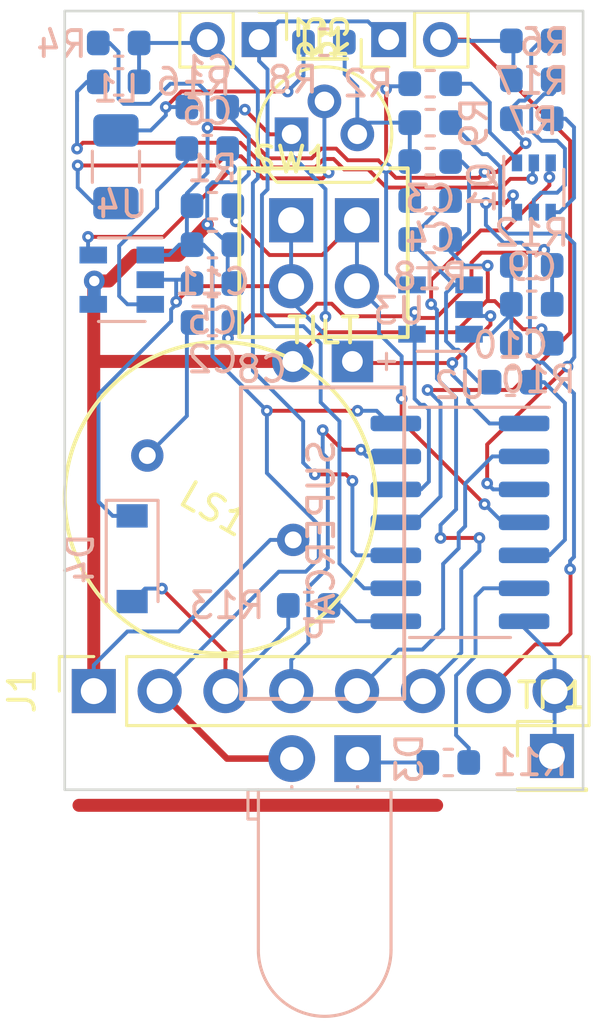
<source format=kicad_pcb>
(kicad_pcb (version 20190905) (host pcbnew "5.99.0-unknown-c3175b4~86~ubuntu16.04.1")

  (general
    (thickness 0.8)
    (drawings 8)
    (tracks 482)
    (modules 38)
    (nets 33)
  )

  (page "A4")
  (layers
    (0 "F.Cu" signal)
    (31 "B.Cu" signal)
    (32 "B.Adhes" user hide)
    (33 "F.Adhes" user hide)
    (34 "B.Paste" user hide)
    (35 "F.Paste" user hide)
    (36 "B.SilkS" user hide)
    (37 "F.SilkS" user)
    (38 "B.Mask" user hide)
    (39 "F.Mask" user hide)
    (40 "Dwgs.User" user)
    (41 "Cmts.User" user hide)
    (42 "Eco1.User" user hide)
    (43 "Eco2.User" user)
    (44 "Edge.Cuts" user)
    (45 "Margin" user)
    (46 "B.CrtYd" user)
    (47 "F.CrtYd" user)
    (48 "B.Fab" user hide)
    (49 "F.Fab" user hide)
  )

  (setup
    (stackup
      (layer "F.SilkS" (type "Top Silk Screen"))
      (layer "F.Paste" (type "Top Solder Paste"))
      (layer "F.Mask" (type "Top Solder Mask") (thickness 0.01) (color "Green"))
      (layer "F.Cu" (type "copper") (thickness 0.035))
      (layer "dielectric 1" (type "core") (thickness 0.71) (material "FR4") (epsilon_r 4.5) (loss_tangent 0.02))
      (layer "B.Cu" (type "copper") (thickness 0.035))
      (layer "B.Mask" (type "Bottom Solder Mask") (thickness 0.01) (color "Green"))
      (layer "B.Paste" (type "Bottom Solder Paste"))
      (layer "B.SilkS" (type "Bottom Silk Screen"))
      (copper_finish "None")
      (dielectric_constraints no)
    )
    (last_trace_width 0.5)
    (user_trace_width 0.15)
    (user_trace_width 0.25)
    (user_trace_width 0.5)
    (trace_clearance 0.2)
    (zone_clearance 0.508)
    (zone_45_only no)
    (trace_min 0.15)
    (via_size 0.8)
    (via_drill 0.4)
    (via_min_size 0.45)
    (via_min_drill 0.2)
    (user_via 0.45 0.2)
    (uvia_size 0.3)
    (uvia_drill 0.1)
    (uvias_allowed no)
    (uvia_min_size 0.2)
    (uvia_min_drill 0.1)
    (max_error 0.005)
    (defaults
      (edge_clearance 0.01)
      (edge_cuts_line_width 0.05)
      (courtyard_line_width 0.05)
      (copper_line_width 0.2)
      (copper_text_dims (size 1.5 1.5) (thickness 0.3))
      (silk_line_width 0.12)
      (silk_text_dims (size 1 1) (thickness 0.15))
      (other_layers_line_width 0.1)
      (other_layers_text_dims (size 1 1) (thickness 0.15))
    )
    (pad_size 4.5 4.5)
    (pad_drill 3.5)
    (pad_to_mask_clearance 0.051)
    (solder_mask_min_width 0.25)
    (aux_axis_origin 140 130)
    (visible_elements FFFDFF5F)
    (pcbplotparams
      (layerselection 0x010fc_ffffffff)
      (usegerberextensions false)
      (usegerberattributes false)
      (usegerberadvancedattributes false)
      (creategerberjobfile false)
      (excludeedgelayer true)
      (linewidth 0.100000)
      (plotframeref false)
      (viasonmask false)
      (mode 1)
      (useauxorigin false)
      (hpglpennumber 1)
      (hpglpenspeed 20)
      (hpglpendiameter 15.000000)
      (psnegative false)
      (psa4output false)
      (plotreference true)
      (plotvalue true)
      (plotinvisibletext false)
      (padsonsilk false)
      (subtractmaskfromsilk false)
      (outputformat 4)
      (mirror false)
      (drillshape 0)
      (scaleselection 1)
      (outputdirectory "")
    )
  )

  (net 0 "")
  (net 1 "Net-(C1-Pad2)")
  (net 2 "-VDC")
  (net 3 "AMPSIG")
  (net 4 "Net-(C2-Pad1)")
  (net 5 "Net-(C3-Pad1)")
  (net 6 "GND")
  (net 7 "+VDC")
  (net 8 "SENSEPWR")
  (net 9 "Net-(D3-Pad2)")
  (net 10 "CELL+")
  (net 11 "SERIAL_IN")
  (net 12 "SERIAL_OUT")
  (net 13 "Net-(Q1-Pad4)")
  (net 14 "EYE_L")
  (net 15 "EYE_R")
  (net 16 "Net-(Q1-Pad1)")
  (net 17 "TILT")
  (net 18 "SEX")
  (net 19 "RAND")
  (net 20 "V_CELL")
  (net 21 "TOUCH")
  (net 22 "Net-(L1-Pad2)")
  (net 23 "Net-(Q1-Pad2)")
  (net 24 "Net-(Q1-Pad5)")
  (net 25 "RDIODE")
  (net 26 "GDIODE")
  (net 27 "Net-(C9-Pad2)")
  (net 28 "Net-(C10-Pad2)")
  (net 29 "Net-(C6-Pad2)")
  (net 30 "Net-(C6-Pad1)")
  (net 31 "TOUCH-top")
  (net 32 "RADIOPWR")

  (net_class "Default" "This is the default net class."
    (clearance 0.2)
    (trace_width 0.25)
    (via_dia 0.8)
    (via_drill 0.4)
    (uvia_dia 0.3)
    (uvia_drill 0.1)
    (add_net "+VDC")
    (add_net "-VDC")
    (add_net "AMPSIG")
    (add_net "CELL+")
    (add_net "EYE_L")
    (add_net "EYE_R")
    (add_net "GDIODE")
    (add_net "GND")
    (add_net "Net-(C1-Pad2)")
    (add_net "Net-(C10-Pad2)")
    (add_net "Net-(C2-Pad1)")
    (add_net "Net-(C3-Pad1)")
    (add_net "Net-(C6-Pad1)")
    (add_net "Net-(C6-Pad2)")
    (add_net "Net-(C9-Pad2)")
    (add_net "Net-(D3-Pad2)")
    (add_net "Net-(L1-Pad2)")
    (add_net "Net-(Q1-Pad1)")
    (add_net "Net-(Q1-Pad2)")
    (add_net "Net-(Q1-Pad4)")
    (add_net "Net-(Q1-Pad5)")
    (add_net "RADIOPWR")
    (add_net "RAND")
    (add_net "RDIODE")
    (add_net "SENSEPWR")
    (add_net "SERIAL_IN")
    (add_net "SERIAL_OUT")
    (add_net "SEX")
    (add_net "TILT")
    (add_net "TOUCH")
    (add_net "TOUCH-top")
    (add_net "V_CELL")
  )

  (module "Resistor_SMD:R_0603_1608Metric" (layer "B.Cu") (tedit 5B301BBD) (tstamp 5DD68D68)
    (at 149.4125 122.9 180)
    (descr "Resistor SMD 0603 (1608 Metric), square (rectangular) end terminal, IPC_7351 nominal, (Body size source: http://www.tortai-tech.com/upload/download/2011102023233369053.pdf), generated with kicad-footprint-generator")
    (tags "resistor")
    (path "/5DD6C43C")
    (attr smd)
    (fp_text reference "R13" (at 3.15 0) (layer "B.SilkS")
      (effects (font (size 1 1) (thickness 0.15)) (justify mirror))
    )
    (fp_text value "10k" (at 0 -1.43) (layer "B.Fab")
      (effects (font (size 1 1) (thickness 0.15)) (justify mirror))
    )
    (fp_text user "%R" (at 0 0) (layer "B.Fab")
      (effects (font (size 0.4 0.4) (thickness 0.06)) (justify mirror))
    )
    (fp_line (start 1.48 -0.73) (end -1.48 -0.73) (layer "B.CrtYd") (width 0.05))
    (fp_line (start 1.48 0.73) (end 1.48 -0.73) (layer "B.CrtYd") (width 0.05))
    (fp_line (start -1.48 0.73) (end 1.48 0.73) (layer "B.CrtYd") (width 0.05))
    (fp_line (start -1.48 -0.73) (end -1.48 0.73) (layer "B.CrtYd") (width 0.05))
    (fp_line (start -0.162779 -0.51) (end 0.162779 -0.51) (layer "B.SilkS") (width 0.12))
    (fp_line (start -0.162779 0.51) (end 0.162779 0.51) (layer "B.SilkS") (width 0.12))
    (fp_line (start 0.8 -0.4) (end -0.8 -0.4) (layer "B.Fab") (width 0.1))
    (fp_line (start 0.8 0.4) (end 0.8 -0.4) (layer "B.Fab") (width 0.1))
    (fp_line (start -0.8 0.4) (end 0.8 0.4) (layer "B.Fab") (width 0.1))
    (fp_line (start -0.8 -0.4) (end -0.8 0.4) (layer "B.Fab") (width 0.1))
    (pad "2" smd roundrect (at 0.7875 0 180) (size 0.875 0.95) (layers "B.Cu" "B.Paste" "B.Mask") (roundrect_rratio 0.25)
      (net 10 "CELL+"))
    (pad "1" smd roundrect (at -0.7875 0 180) (size 0.875 0.95) (layers "B.Cu" "B.Paste" "B.Mask") (roundrect_rratio 0.25)
      (net 20 "V_CELL"))
    (model "${KISYS3DMOD}/Resistor_SMD.3dshapes/R_0603_1608Metric.wrl"
      (at (xyz 0 0 0))
      (scale (xyz 1 1 1))
      (rotate (xyz 0 0 0))
    )
  )

  (module "Capacitor_SMD:C_0603_1608Metric" (layer "B.Cu") (tedit 5B301BBE) (tstamp 5DE501B2)
    (at 145.5 105.3 180)
    (descr "Capacitor SMD 0603 (1608 Metric), square (rectangular) end terminal, IPC_7351 nominal, (Body size source: http://www.tortai-tech.com/upload/download/2011102023233369053.pdf), generated with kicad-footprint-generator")
    (tags "capacitor")
    (path "/5E09B456")
    (attr smd)
    (fp_text reference "C6" (at 0 1.43) (layer "B.SilkS")
      (effects (font (size 1 1) (thickness 0.15)) (justify mirror))
    )
    (fp_text value "1u" (at 0 -1.43) (layer "B.Fab")
      (effects (font (size 1 1) (thickness 0.15)) (justify mirror))
    )
    (fp_line (start -0.8 -0.4) (end -0.8 0.4) (layer "B.Fab") (width 0.1))
    (fp_line (start -0.8 0.4) (end 0.8 0.4) (layer "B.Fab") (width 0.1))
    (fp_line (start 0.8 0.4) (end 0.8 -0.4) (layer "B.Fab") (width 0.1))
    (fp_line (start 0.8 -0.4) (end -0.8 -0.4) (layer "B.Fab") (width 0.1))
    (fp_line (start -0.162779 0.51) (end 0.162779 0.51) (layer "B.SilkS") (width 0.12))
    (fp_line (start -0.162779 -0.51) (end 0.162779 -0.51) (layer "B.SilkS") (width 0.12))
    (fp_line (start -1.48 -0.73) (end -1.48 0.73) (layer "B.CrtYd") (width 0.05))
    (fp_line (start -1.48 0.73) (end 1.48 0.73) (layer "B.CrtYd") (width 0.05))
    (fp_line (start 1.48 0.73) (end 1.48 -0.73) (layer "B.CrtYd") (width 0.05))
    (fp_line (start 1.48 -0.73) (end -1.48 -0.73) (layer "B.CrtYd") (width 0.05))
    (fp_text user "%R" (at 0 0) (layer "B.Fab")
      (effects (font (size 0.4 0.4) (thickness 0.06)) (justify mirror))
    )
    (pad "2" smd roundrect (at 0.7875 0 180) (size 0.875 0.95) (layers "B.Cu" "B.Paste" "B.Mask") (roundrect_rratio 0.25)
      (net 29 "Net-(C6-Pad2)"))
    (pad "1" smd roundrect (at -0.7875 0 180) (size 0.875 0.95) (layers "B.Cu" "B.Paste" "B.Mask") (roundrect_rratio 0.25)
      (net 30 "Net-(C6-Pad1)"))
    (model "${KISYS3DMOD}/Capacitor_SMD.3dshapes/C_0603_1608Metric.wrl"
      (at (xyz 0 0 0))
      (scale (xyz 1 1 1))
      (rotate (xyz 0 0 0))
    )
  )

  (module "Resistor_SMD:R_0603_1608Metric" (layer "B.Cu") (tedit 5B301BBD) (tstamp 5DD5493A)
    (at 158.02 112.8)
    (descr "Resistor SMD 0603 (1608 Metric), square (rectangular) end terminal, IPC_7351 nominal, (Body size source: http://www.tortai-tech.com/upload/download/2011102023233369053.pdf), generated with kicad-footprint-generator")
    (tags "resistor")
    (path "/5DD4F6B8")
    (attr smd)
    (fp_text reference "R10" (at 0.25 1.4 180) (layer "B.SilkS")
      (effects (font (size 1 1) (thickness 0.15)) (justify mirror))
    )
    (fp_text value "10k" (at 0 -1.43) (layer "B.Fab")
      (effects (font (size 1 1) (thickness 0.15)) (justify mirror))
    )
    (fp_text user "%R" (at 0 0) (layer "B.Fab")
      (effects (font (size 0.4 0.4) (thickness 0.06)) (justify mirror))
    )
    (fp_line (start 1.48 -0.73) (end -1.48 -0.73) (layer "B.CrtYd") (width 0.05))
    (fp_line (start 1.48 0.73) (end 1.48 -0.73) (layer "B.CrtYd") (width 0.05))
    (fp_line (start -1.48 0.73) (end 1.48 0.73) (layer "B.CrtYd") (width 0.05))
    (fp_line (start -1.48 -0.73) (end -1.48 0.73) (layer "B.CrtYd") (width 0.05))
    (fp_line (start -0.162779 -0.51) (end 0.162779 -0.51) (layer "B.SilkS") (width 0.12))
    (fp_line (start -0.162779 0.51) (end 0.162779 0.51) (layer "B.SilkS") (width 0.12))
    (fp_line (start 0.8 -0.4) (end -0.8 -0.4) (layer "B.Fab") (width 0.1))
    (fp_line (start 0.8 0.4) (end 0.8 -0.4) (layer "B.Fab") (width 0.1))
    (fp_line (start -0.8 0.4) (end 0.8 0.4) (layer "B.Fab") (width 0.1))
    (fp_line (start -0.8 -0.4) (end -0.8 0.4) (layer "B.Fab") (width 0.1))
    (pad "2" smd roundrect (at 0.7875 0) (size 0.875 0.95) (layers "B.Cu" "B.Paste" "B.Mask") (roundrect_rratio 0.25)
      (net 6 "GND"))
    (pad "1" smd roundrect (at -0.7875 0) (size 0.875 0.95) (layers "B.Cu" "B.Paste" "B.Mask") (roundrect_rratio 0.25)
      (net 27 "Net-(C9-Pad2)"))
    (model "${KISYS3DMOD}/Resistor_SMD.3dshapes/R_0603_1608Metric.wrl"
      (at (xyz 0 0 0))
      (scale (xyz 1 1 1))
      (rotate (xyz 0 0 0))
    )
  )

  (module "Capacitor_SMD:C_0603_1608Metric" (layer "B.Cu") (tedit 5B301BBE) (tstamp 5DD2D699)
    (at 145.5 103.7 180)
    (descr "Capacitor SMD 0603 (1608 Metric), square (rectangular) end terminal, IPC_7351 nominal, (Body size source: http://www.tortai-tech.com/upload/download/2011102023233369053.pdf), generated with kicad-footprint-generator")
    (tags "capacitor")
    (path "/5DDF4BFC")
    (attr smd)
    (fp_text reference "C1" (at 0 1.43) (layer "B.SilkS")
      (effects (font (size 1 1) (thickness 0.15)) (justify mirror))
    )
    (fp_text value ".01u" (at 0 -1.43) (layer "B.Fab")
      (effects (font (size 1 1) (thickness 0.15)) (justify mirror))
    )
    (fp_text user "%R" (at 0 0) (layer "B.Fab")
      (effects (font (size 0.4 0.4) (thickness 0.06)) (justify mirror))
    )
    (fp_line (start 1.48 -0.73) (end -1.48 -0.73) (layer "B.CrtYd") (width 0.05))
    (fp_line (start 1.48 0.73) (end 1.48 -0.73) (layer "B.CrtYd") (width 0.05))
    (fp_line (start -1.48 0.73) (end 1.48 0.73) (layer "B.CrtYd") (width 0.05))
    (fp_line (start -1.48 -0.73) (end -1.48 0.73) (layer "B.CrtYd") (width 0.05))
    (fp_line (start -0.162779 -0.51) (end 0.162779 -0.51) (layer "B.SilkS") (width 0.12))
    (fp_line (start -0.162779 0.51) (end 0.162779 0.51) (layer "B.SilkS") (width 0.12))
    (fp_line (start 0.8 -0.4) (end -0.8 -0.4) (layer "B.Fab") (width 0.1))
    (fp_line (start 0.8 0.4) (end 0.8 -0.4) (layer "B.Fab") (width 0.1))
    (fp_line (start -0.8 0.4) (end 0.8 0.4) (layer "B.Fab") (width 0.1))
    (fp_line (start -0.8 -0.4) (end -0.8 0.4) (layer "B.Fab") (width 0.1))
    (pad "2" smd roundrect (at 0.7875 0 180) (size 0.875 0.95) (layers "B.Cu" "B.Paste" "B.Mask") (roundrect_rratio 0.25)
      (net 1 "Net-(C1-Pad2)"))
    (pad "1" smd roundrect (at -0.7875 0 180) (size 0.875 0.95) (layers "B.Cu" "B.Paste" "B.Mask") (roundrect_rratio 0.25)
      (net 6 "GND"))
    (model "${KISYS3DMOD}/Capacitor_SMD.3dshapes/C_0603_1608Metric.wrl"
      (at (xyz 0 0 0))
      (scale (xyz 1 1 1))
      (rotate (xyz 0 0 0))
    )
  )

  (module "wogglebug:supercap" (layer "B.Cu") (tedit 5DD4A871) (tstamp 5DE62BC1)
    (at 151.1 113.5 180)
    (descr "CP, Radial series, Radial, pin pitch=2.50mm, , diameter=6.3mm, Electrolytic Capacitor")
    (tags "CP Radial series Radial pin pitch 2.50mm  diameter 6.3mm Electrolytic Capacitor")
    (path "/5DD26B8A")
    (fp_text reference "C8" (at 3.5 -0.3) (layer "B.SilkS")
      (effects (font (size 1 1) (thickness 0.15)) (justify mirror))
    )
    (fp_text value "1F 3V" (at 7.5 -4.37) (layer "B.Fab")
      (effects (font (size 1 1) (thickness 0.15)) (justify mirror))
    )
    (fp_line (start -1.443972 1.3735) (end -0.813972 1.3735) (layer "B.Fab") (width 0.1))
    (fp_line (start -1.128972 1.6885) (end -1.128972 1.0585) (layer "B.Fab") (width 0.1))
    (fp_line (start -1.63 0) (end -1 0) (layer "B.SilkS") (width 0.12))
    (fp_line (start -1.315 0.315) (end -1.315 -0.315) (layer "B.SilkS") (width 0.12))
    (fp_text user "%R" (at 7.5 0) (layer "B.Fab")
      (effects (font (size 1 1) (thickness 0.15)) (justify mirror))
    )
    (fp_line (start -2 -1) (end 4.3 -1) (layer "B.SilkS") (width 0.15))
    (fp_line (start 4.3 -1) (end 4.3 -13) (layer "B.SilkS") (width 0.15))
    (fp_line (start 4.3 -13) (end -2 -13) (layer "B.SilkS") (width 0.15))
    (fp_line (start -2 -13) (end -2 -1) (layer "B.SilkS") (width 0.15))
    (fp_text user "SUPERCAP" (at 1.2 -6.9 90 unlocked) (layer "B.SilkS")
      (effects (font (size 1 1) (thickness 0.15)) (justify mirror))
    )
    (pad "2" thru_hole circle (at 2.3 0 180) (size 1.6 1.6) (drill 0.8) (layers *.Cu *.Mask)
      (net 6 "GND"))
    (pad "1" thru_hole rect (at 0 0 180) (size 1.6 1.6) (drill 0.8) (layers *.Cu *.Mask)
      (net 7 "+VDC"))
    (model "/home/user/schems/wogglebug/wogglebug/Cylinder002.wrl"
      (at (xyz 0 0 0))
      (scale (xyz 1 1 1))
      (rotate (xyz 0 0 0))
    )
  )

  (module "Connector_PinHeader_2.00mm:PinHeader_1x02_P2.00mm_Vertical" (layer "F.Cu") (tedit 59FED667) (tstamp 5DD2F6B2)
    (at 147.5 101.1 -90)
    (descr "Through hole straight pin header, 1x02, 2.00mm pitch, single row")
    (tags "Through hole pin header THT 1x02 2.00mm single row")
    (path "/5DD2142C")
    (fp_text reference "R3" (at 0 -2.06 90) (layer "F.SilkS")
      (effects (font (size 1 1) (thickness 0.15)))
    )
    (fp_text value " " (at 0 4.06 90) (layer "F.Fab")
      (effects (font (size 1 1) (thickness 0.15)))
    )
    (fp_text user "%R" (at 0 1) (layer "F.Fab")
      (effects (font (size 1 1) (thickness 0.15)))
    )
    (fp_line (start 1.5 -1.5) (end -1.5 -1.5) (layer "F.CrtYd") (width 0.05))
    (fp_line (start 1.5 3.5) (end 1.5 -1.5) (layer "F.CrtYd") (width 0.05))
    (fp_line (start -1.5 3.5) (end 1.5 3.5) (layer "F.CrtYd") (width 0.05))
    (fp_line (start -1.5 -1.5) (end -1.5 3.5) (layer "F.CrtYd") (width 0.05))
    (fp_line (start -1.06 -1.06) (end 0 -1.06) (layer "F.SilkS") (width 0.12))
    (fp_line (start -1.06 0) (end -1.06 -1.06) (layer "F.SilkS") (width 0.12))
    (fp_line (start -1.06 1) (end 1.06 1) (layer "F.SilkS") (width 0.12))
    (fp_line (start 1.06 1) (end 1.06 3.06) (layer "F.SilkS") (width 0.12))
    (fp_line (start -1.06 1) (end -1.06 3.06) (layer "F.SilkS") (width 0.12))
    (fp_line (start -1.06 3.06) (end 1.06 3.06) (layer "F.SilkS") (width 0.12))
    (fp_line (start -1 -0.5) (end -0.5 -1) (layer "F.Fab") (width 0.1))
    (fp_line (start -1 3) (end -1 -0.5) (layer "F.Fab") (width 0.1))
    (fp_line (start 1 3) (end -1 3) (layer "F.Fab") (width 0.1))
    (fp_line (start 1 -1) (end 1 3) (layer "F.Fab") (width 0.1))
    (fp_line (start -0.5 -1) (end 1 -1) (layer "F.Fab") (width 0.1))
    (pad "2" thru_hole oval (at 0 2 270) (size 1.35 1.35) (drill 0.8) (layers *.Cu *.Mask)
      (net 14 "EYE_L"))
    (pad "1" thru_hole rect (at 0 0 270) (size 1.35 1.35) (drill 0.8) (layers *.Cu *.Mask)
      (net 8 "SENSEPWR"))
    (model "${KISYS3DMOD}/Connector_PinHeader_2.00mm.3dshapes/PinHeader_1x02_P2.00mm_Vertical.wrl"
      (at (xyz 0 0 0))
      (scale (xyz 1 1 1))
      (rotate (xyz 0 0 0))
    )
  )

  (module "Resistor_SMD:R_0603_1608Metric" (layer "B.Cu") (tedit 5B301BBD) (tstamp 5DD2D86A)
    (at 154.1 104.3)
    (descr "Resistor SMD 0603 (1608 Metric), square (rectangular) end terminal, IPC_7351 nominal, (Body size source: http://www.tortai-tech.com/upload/download/2011102023233369053.pdf), generated with kicad-footprint-generator")
    (tags "resistor")
    (path "/5DD58306")
    (attr smd)
    (fp_text reference "R9" (at 1.7 0 90) (layer "B.SilkS")
      (effects (font (size 1 1) (thickness 0.15)) (justify mirror))
    )
    (fp_text value "10k" (at 0 -1.43) (layer "B.Fab")
      (effects (font (size 1 1) (thickness 0.15)) (justify mirror))
    )
    (fp_text user "%R" (at 0 0) (layer "B.Fab")
      (effects (font (size 0.4 0.4) (thickness 0.06)) (justify mirror))
    )
    (fp_line (start 1.48 -0.73) (end -1.48 -0.73) (layer "B.CrtYd") (width 0.05))
    (fp_line (start 1.48 0.73) (end 1.48 -0.73) (layer "B.CrtYd") (width 0.05))
    (fp_line (start -1.48 0.73) (end 1.48 0.73) (layer "B.CrtYd") (width 0.05))
    (fp_line (start -1.48 -0.73) (end -1.48 0.73) (layer "B.CrtYd") (width 0.05))
    (fp_line (start -0.162779 -0.51) (end 0.162779 -0.51) (layer "B.SilkS") (width 0.12))
    (fp_line (start -0.162779 0.51) (end 0.162779 0.51) (layer "B.SilkS") (width 0.12))
    (fp_line (start 0.8 -0.4) (end -0.8 -0.4) (layer "B.Fab") (width 0.1))
    (fp_line (start 0.8 0.4) (end 0.8 -0.4) (layer "B.Fab") (width 0.1))
    (fp_line (start -0.8 0.4) (end 0.8 0.4) (layer "B.Fab") (width 0.1))
    (fp_line (start -0.8 -0.4) (end -0.8 0.4) (layer "B.Fab") (width 0.1))
    (pad "2" smd roundrect (at 0.7875 0) (size 0.875 0.95) (layers "B.Cu" "B.Paste" "B.Mask") (roundrect_rratio 0.25)
      (net 32 "RADIOPWR"))
    (pad "1" smd roundrect (at -0.7875 0) (size 0.875 0.95) (layers "B.Cu" "B.Paste" "B.Mask") (roundrect_rratio 0.25)
      (net 5 "Net-(C3-Pad1)"))
    (model "${KISYS3DMOD}/Resistor_SMD.3dshapes/R_0603_1608Metric.wrl"
      (at (xyz 0 0 0))
      (scale (xyz 1 1 1))
      (rotate (xyz 0 0 0))
    )
  )

  (module "wogglebug:MagBuzzer" (layer "F.Cu") (tedit 5DDEFAA0) (tstamp 5DE4F755)
    (at 146 118.75 -30)
    (path "/5DD9CE83")
    (fp_text reference "LS1" (at 0 0.5 -30 unlocked) (layer "F.SilkS")
      (effects (font (size 1 1) (thickness 0.15)))
    )
    (fp_text value "Speaker" (at 0 -0.5 -30 unlocked) (layer "F.Fab")
      (effects (font (size 1 1) (thickness 0.15)))
    )
    (fp_circle (center 0 0) (end 0 6) (layer "F.SilkS") (width 0.15))
    (pad "1" thru_hole circle (at -3.25 0 330) (size 1.25 1.25) (drill 0.65) (layers *.Cu *.Mask)
      (net 4 "Net-(C2-Pad1)"))
    (pad "2" thru_hole circle (at 3.25 0 330) (size 1.25 1.25) (drill 0.65) (layers *.Cu *.Mask)
      (net 6 "GND"))
    (model "MagSpeaker"
      (at (xyz 0 0 0))
      (scale (xyz 1 1 1))
      (rotate (xyz 0 0 0))
    )
    (model "${KIPRJMOD}/MagSpeaker.step"
      (at (xyz 0 0 0))
      (scale (xyz 1 1 1))
      (rotate (xyz 0 0 0))
    )
  )

  (module "wogglebug:tiltswitch" (layer "F.Cu") (tedit 5DD4A344) (tstamp 5DD50738)
    (at 148.735 108.06)
    (descr "Through hole straight pin header, 1x02, 2.54mm pitch, single row")
    (tags "Through hole pin header THT 1x02 2.54mm single row")
    (path "/5DDB1808")
    (fp_text reference "SW1" (at 0 -2.33) (layer "F.SilkS")
      (effects (font (size 1 1) (thickness 0.15)))
    )
    (fp_text value "SW_DIP_x02" (at 0 4.87) (layer "F.Fab")
      (effects (font (size 1 1) (thickness 0.15)))
    )
    (fp_text user "TILT" (at 1.25 4.25 unlocked) (layer "F.SilkS")
      (effects (font (size 1 1) (thickness 0.15)))
    )
    (fp_text user "%R" (at 2.54 1.27 90) (layer "F.Fab")
      (effects (font (size 1 1) (thickness 0.15)))
    )
    (fp_text user "%R" (at 2.54 1.27 90) (layer "F.Fab")
      (effects (font (size 1 1) (thickness 0.15)))
    )
    (fp_line (start -2 -2) (end 4.5 -2) (layer "F.SilkS") (width 0.15))
    (fp_line (start 4.5 -2) (end 4.5 4.5) (layer "F.SilkS") (width 0.15))
    (fp_line (start 4.5 4.5) (end -2 4.5) (layer "F.SilkS") (width 0.15))
    (fp_line (start -2 4.5) (end -2 -2) (layer "F.SilkS") (width 0.15))
    (pad "1" thru_hole rect (at 0 0) (size 1.7 1.7) (drill 1) (layers *.Cu *.Mask)
      (net 7 "+VDC"))
    (pad "2" thru_hole oval (at 0 2.54) (size 1.7 1.7) (drill 1) (layers *.Cu *.Mask)
      (net 7 "+VDC"))
    (pad "3" thru_hole rect (at 2.54 0) (size 1.7 1.7) (drill 1) (layers *.Cu *.Mask)
      (net 17 "TILT"))
    (pad "4" thru_hole oval (at 2.54 2.54) (size 1.7 1.7) (drill 1) (layers *.Cu *.Mask)
      (net 17 "TILT"))
    (model "/home/user/schems/wogglebug/wogglebug/tiltswitch.wrl"
      (at (xyz 0 0 0))
      (scale (xyz 1 1 1))
      (rotate (xyz 0 0 0))
    )
  )

  (module "Resistor_SMD:R_0603_1608Metric" (layer "B.Cu") (tedit 5B301BBD) (tstamp 5DD789A0)
    (at 158.02 101.15)
    (descr "Resistor SMD 0603 (1608 Metric), square (rectangular) end terminal, IPC_7351 nominal, (Body size source: http://www.tortai-tech.com/upload/download/2011102023233369053.pdf), generated with kicad-footprint-generator")
    (tags "resistor")
    (path "/5DD490C8")
    (attr smd)
    (fp_text reference "R6" (at 0.5 0.05) (layer "B.SilkS")
      (effects (font (size 1 1) (thickness 0.15)) (justify mirror))
    )
    (fp_text value "51k" (at 0 -1.43) (layer "B.Fab")
      (effects (font (size 1 1) (thickness 0.15)) (justify mirror))
    )
    (fp_text user "%R" (at 0 0) (layer "B.Fab")
      (effects (font (size 0.4 0.4) (thickness 0.06)) (justify mirror))
    )
    (fp_line (start 1.48 -0.73) (end -1.48 -0.73) (layer "B.CrtYd") (width 0.05))
    (fp_line (start 1.48 0.73) (end 1.48 -0.73) (layer "B.CrtYd") (width 0.05))
    (fp_line (start -1.48 0.73) (end 1.48 0.73) (layer "B.CrtYd") (width 0.05))
    (fp_line (start -1.48 -0.73) (end -1.48 0.73) (layer "B.CrtYd") (width 0.05))
    (fp_line (start -0.162779 -0.51) (end 0.162779 -0.51) (layer "B.SilkS") (width 0.12))
    (fp_line (start -0.162779 0.51) (end 0.162779 0.51) (layer "B.SilkS") (width 0.12))
    (fp_line (start 0.8 -0.4) (end -0.8 -0.4) (layer "B.Fab") (width 0.1))
    (fp_line (start 0.8 0.4) (end 0.8 -0.4) (layer "B.Fab") (width 0.1))
    (fp_line (start -0.8 0.4) (end 0.8 0.4) (layer "B.Fab") (width 0.1))
    (fp_line (start -0.8 -0.4) (end -0.8 0.4) (layer "B.Fab") (width 0.1))
    (pad "2" smd roundrect (at 0.7875 0) (size 0.875 0.95) (layers "B.Cu" "B.Paste" "B.Mask") (roundrect_rratio 0.25)
      (net 2 "-VDC"))
    (pad "1" smd roundrect (at -0.7875 0) (size 0.875 0.95) (layers "B.Cu" "B.Paste" "B.Mask") (roundrect_rratio 0.25)
      (net 15 "EYE_R"))
    (model "${KISYS3DMOD}/Resistor_SMD.3dshapes/R_0603_1608Metric.wrl"
      (at (xyz 0 0 0))
      (scale (xyz 1 1 1))
      (rotate (xyz 0 0 0))
    )
  )

  (module "Resistor_SMD:R_0603_1608Metric" (layer "B.Cu") (tedit 5B301BBD) (tstamp 5DE575B1)
    (at 145.7 107.5 180)
    (descr "Resistor SMD 0603 (1608 Metric), square (rectangular) end terminal, IPC_7351 nominal, (Body size source: http://www.tortai-tech.com/upload/download/2011102023233369053.pdf), generated with kicad-footprint-generator")
    (tags "resistor")
    (path "/5DD7F6CF")
    (attr smd)
    (fp_text reference "R1" (at 0 1.43) (layer "B.SilkS")
      (effects (font (size 1 1) (thickness 0.15)) (justify mirror))
    )
    (fp_text value "470k" (at 0 -1.43) (layer "B.Fab")
      (effects (font (size 1 1) (thickness 0.15)) (justify mirror))
    )
    (fp_text user "%R" (at 0 0) (layer "B.Fab")
      (effects (font (size 0.4 0.4) (thickness 0.06)) (justify mirror))
    )
    (fp_line (start 1.48 -0.73) (end -1.48 -0.73) (layer "B.CrtYd") (width 0.05))
    (fp_line (start 1.48 0.73) (end 1.48 -0.73) (layer "B.CrtYd") (width 0.05))
    (fp_line (start -1.48 0.73) (end 1.48 0.73) (layer "B.CrtYd") (width 0.05))
    (fp_line (start -1.48 -0.73) (end -1.48 0.73) (layer "B.CrtYd") (width 0.05))
    (fp_line (start -0.162779 -0.51) (end 0.162779 -0.51) (layer "B.SilkS") (width 0.12))
    (fp_line (start -0.162779 0.51) (end 0.162779 0.51) (layer "B.SilkS") (width 0.12))
    (fp_line (start 0.8 -0.4) (end -0.8 -0.4) (layer "B.Fab") (width 0.1))
    (fp_line (start 0.8 0.4) (end 0.8 -0.4) (layer "B.Fab") (width 0.1))
    (fp_line (start -0.8 0.4) (end 0.8 0.4) (layer "B.Fab") (width 0.1))
    (fp_line (start -0.8 -0.4) (end -0.8 0.4) (layer "B.Fab") (width 0.1))
    (pad "2" smd roundrect (at 0.7875 0 180) (size 0.875 0.95) (layers "B.Cu" "B.Paste" "B.Mask") (roundrect_rratio 0.25)
      (net 2 "-VDC"))
    (pad "1" smd roundrect (at -0.7875 0 180) (size 0.875 0.95) (layers "B.Cu" "B.Paste" "B.Mask") (roundrect_rratio 0.25)
      (net 17 "TILT"))
    (model "${KISYS3DMOD}/Resistor_SMD.3dshapes/R_0603_1608Metric.wrl"
      (at (xyz 0 0 0))
      (scale (xyz 1 1 1))
      (rotate (xyz 0 0 0))
    )
  )

  (module "Connector_PinSocket_2.54mm:PinSocket_1x08_P2.54mm_Vertical" (layer "F.Cu") (tedit 5A19A420) (tstamp 5DD5D167)
    (at 141.12 126.2 90)
    (descr "Through hole straight socket strip, 1x08, 2.54mm pitch, single row (from Kicad 4.0.7), script generated")
    (tags "Through hole socket strip THT 1x08 2.54mm single row")
    (path "/5DEB29B8")
    (fp_text reference "J1" (at 0 -2.77 90) (layer "F.SilkS")
      (effects (font (size 1 1) (thickness 0.15)))
    )
    (fp_text value "Conn_01x08_Female" (at 0 20.55 90) (layer "F.Fab")
      (effects (font (size 1 1) (thickness 0.15)))
    )
    (fp_text user "%R" (at 0 8.89) (layer "F.Fab")
      (effects (font (size 1 1) (thickness 0.15)))
    )
    (fp_line (start -1.8 19.55) (end -1.8 -1.8) (layer "F.CrtYd") (width 0.05))
    (fp_line (start 1.75 19.55) (end -1.8 19.55) (layer "F.CrtYd") (width 0.05))
    (fp_line (start 1.75 -1.8) (end 1.75 19.55) (layer "F.CrtYd") (width 0.05))
    (fp_line (start -1.8 -1.8) (end 1.75 -1.8) (layer "F.CrtYd") (width 0.05))
    (fp_line (start 0 -1.33) (end 1.33 -1.33) (layer "F.SilkS") (width 0.12))
    (fp_line (start 1.33 -1.33) (end 1.33 0) (layer "F.SilkS") (width 0.12))
    (fp_line (start 1.33 1.27) (end 1.33 19.11) (layer "F.SilkS") (width 0.12))
    (fp_line (start -1.33 19.11) (end 1.33 19.11) (layer "F.SilkS") (width 0.12))
    (fp_line (start -1.33 1.27) (end -1.33 19.11) (layer "F.SilkS") (width 0.12))
    (fp_line (start -1.33 1.27) (end 1.33 1.27) (layer "F.SilkS") (width 0.12))
    (fp_line (start -1.27 19.05) (end -1.27 -1.27) (layer "F.Fab") (width 0.1))
    (fp_line (start 1.27 19.05) (end -1.27 19.05) (layer "F.Fab") (width 0.1))
    (fp_line (start 1.27 -0.635) (end 1.27 19.05) (layer "F.Fab") (width 0.1))
    (fp_line (start 0.635 -1.27) (end 1.27 -0.635) (layer "F.Fab") (width 0.1))
    (fp_line (start -1.27 -1.27) (end 0.635 -1.27) (layer "F.Fab") (width 0.1))
    (pad "8" thru_hole oval (at 0 17.78 90) (size 1.7 1.7) (drill 1) (layers *.Cu *.Mask)
      (net 21 "TOUCH"))
    (pad "7" thru_hole oval (at 0 15.24 90) (size 1.7 1.7) (drill 1) (layers *.Cu *.Mask)
      (net 25 "RDIODE"))
    (pad "6" thru_hole oval (at 0 12.7 90) (size 1.7 1.7) (drill 1) (layers *.Cu *.Mask)
      (net 26 "GDIODE"))
    (pad "5" thru_hole oval (at 0 10.16 90) (size 1.7 1.7) (drill 1) (layers *.Cu *.Mask)
      (net 11 "SERIAL_IN"))
    (pad "4" thru_hole oval (at 0 7.62 90) (size 1.7 1.7) (drill 1) (layers *.Cu *.Mask)
      (net 12 "SERIAL_OUT"))
    (pad "3" thru_hole oval (at 0 5.08 90) (size 1.7 1.7) (drill 1) (layers *.Cu *.Mask)
      (net 10 "CELL+"))
    (pad "2" thru_hole oval (at 0 2.54 90) (size 1.7 1.7) (drill 1) (layers *.Cu *.Mask)
      (net 2 "-VDC"))
    (pad "1" thru_hole rect (at 0 0 90) (size 1.7 1.7) (drill 1) (layers *.Cu *.Mask)
      (net 6 "GND"))
    (model "${KISYS3DMOD}/Connector_PinSocket_2.54mm.3dshapes/PinSocket_1x08_P2.54mm_Vertical.wrl"
      (at (xyz 0 0 0))
      (scale (xyz 1 1 1))
      (rotate (xyz 0 0 0))
    )
  )

  (module "Capacitor_SMD:C_0603_1608Metric" (layer "B.Cu") (tedit 5B301BBE) (tstamp 5DE50E8A)
    (at 157.2 114.3 180)
    (descr "Capacitor SMD 0603 (1608 Metric), square (rectangular) end terminal, IPC_7351 nominal, (Body size source: http://www.tortai-tech.com/upload/download/2011102023233369053.pdf), generated with kicad-footprint-generator")
    (tags "capacitor")
    (path "/5DF180B0")
    (attr smd)
    (fp_text reference "C10" (at 0 1.43 180) (layer "B.SilkS")
      (effects (font (size 1 1) (thickness 0.15)) (justify mirror))
    )
    (fp_text value "1000p" (at 0 -1.43 180) (layer "B.Fab")
      (effects (font (size 1 1) (thickness 0.15)) (justify mirror))
    )
    (fp_line (start -0.8 -0.4) (end -0.8 0.4) (layer "B.Fab") (width 0.1))
    (fp_line (start -0.8 0.4) (end 0.8 0.4) (layer "B.Fab") (width 0.1))
    (fp_line (start 0.8 0.4) (end 0.8 -0.4) (layer "B.Fab") (width 0.1))
    (fp_line (start 0.8 -0.4) (end -0.8 -0.4) (layer "B.Fab") (width 0.1))
    (fp_line (start -0.162779 0.51) (end 0.162779 0.51) (layer "B.SilkS") (width 0.12))
    (fp_line (start -0.162779 -0.51) (end 0.162779 -0.51) (layer "B.SilkS") (width 0.12))
    (fp_line (start -1.48 -0.73) (end -1.48 0.73) (layer "B.CrtYd") (width 0.05))
    (fp_line (start -1.48 0.73) (end 1.48 0.73) (layer "B.CrtYd") (width 0.05))
    (fp_line (start 1.48 0.73) (end 1.48 -0.73) (layer "B.CrtYd") (width 0.05))
    (fp_line (start 1.48 -0.73) (end -1.48 -0.73) (layer "B.CrtYd") (width 0.05))
    (fp_text user "%R" (at 0 0 180) (layer "B.Fab")
      (effects (font (size 0.4 0.4) (thickness 0.06)) (justify mirror))
    )
    (pad "2" smd roundrect (at 0.7875 0 180) (size 0.875 0.95) (layers "B.Cu" "B.Paste" "B.Mask") (roundrect_rratio 0.25)
      (net 28 "Net-(C10-Pad2)"))
    (pad "1" smd roundrect (at -0.7875 0 180) (size 0.875 0.95) (layers "B.Cu" "B.Paste" "B.Mask") (roundrect_rratio 0.25)
      (net 3 "AMPSIG"))
    (model "${KISYS3DMOD}/Capacitor_SMD.3dshapes/C_0603_1608Metric.wrl"
      (at (xyz 0 0 0))
      (scale (xyz 1 1 1))
      (rotate (xyz 0 0 0))
    )
  )

  (module "Resistor_SMD:R_0603_1608Metric" (layer "B.Cu") (tedit 5B301BBD) (tstamp 5DD48B9D)
    (at 150 101.2 180)
    (descr "Resistor SMD 0603 (1608 Metric), square (rectangular) end terminal, IPC_7351 nominal, (Body size source: http://www.tortai-tech.com/upload/download/2011102023233369053.pdf), generated with kicad-footprint-generator")
    (tags "resistor")
    (path "/5DD5B942")
    (attr smd)
    (fp_text reference "R8" (at 1.2 -1.45 180) (layer "B.SilkS")
      (effects (font (size 1 1) (thickness 0.15)) (justify mirror))
    )
    (fp_text value "100k" (at 0 -1.43 180) (layer "B.Fab")
      (effects (font (size 1 1) (thickness 0.15)) (justify mirror))
    )
    (fp_text user "%R" (at 0 0 180) (layer "B.Fab")
      (effects (font (size 0.4 0.4) (thickness 0.06)) (justify mirror))
    )
    (fp_line (start 1.48 -0.73) (end -1.48 -0.73) (layer "B.CrtYd") (width 0.05))
    (fp_line (start 1.48 0.73) (end 1.48 -0.73) (layer "B.CrtYd") (width 0.05))
    (fp_line (start -1.48 0.73) (end 1.48 0.73) (layer "B.CrtYd") (width 0.05))
    (fp_line (start -1.48 -0.73) (end -1.48 0.73) (layer "B.CrtYd") (width 0.05))
    (fp_line (start -0.162779 -0.51) (end 0.162779 -0.51) (layer "B.SilkS") (width 0.12))
    (fp_line (start -0.162779 0.51) (end 0.162779 0.51) (layer "B.SilkS") (width 0.12))
    (fp_line (start 0.8 -0.4) (end -0.8 -0.4) (layer "B.Fab") (width 0.1))
    (fp_line (start 0.8 0.4) (end 0.8 -0.4) (layer "B.Fab") (width 0.1))
    (fp_line (start -0.8 0.4) (end 0.8 0.4) (layer "B.Fab") (width 0.1))
    (fp_line (start -0.8 -0.4) (end -0.8 0.4) (layer "B.Fab") (width 0.1))
    (pad "2" smd roundrect (at 0.7875 0 180) (size 0.875 0.95) (layers "B.Cu" "B.Paste" "B.Mask") (roundrect_rratio 0.25)
      (net 1 "Net-(C1-Pad2)"))
    (pad "1" smd roundrect (at -0.7875 0 180) (size 0.875 0.95) (layers "B.Cu" "B.Paste" "B.Mask") (roundrect_rratio 0.25)
      (net 5 "Net-(C3-Pad1)"))
    (model "${KISYS3DMOD}/Resistor_SMD.3dshapes/R_0603_1608Metric.wrl"
      (at (xyz 0 0 0))
      (scale (xyz 1 1 1))
      (rotate (xyz 0 0 0))
    )
  )

  (module "Diode_SMD:D_SOD-123" (layer "B.Cu") (tedit 58645DC7) (tstamp 5DE4F40F)
    (at 142.6 121.1 -90)
    (descr "SOD-123")
    (tags "SOD-123")
    (path "/5E0D7B44")
    (attr smd)
    (fp_text reference "D4" (at 0 2 90) (layer "B.SilkS")
      (effects (font (size 1 1) (thickness 0.15)) (justify mirror))
    )
    (fp_text value "BAT54GW" (at 0 -2.1 90) (layer "B.Fab")
      (effects (font (size 1 1) (thickness 0.15)) (justify mirror))
    )
    (fp_text user "%R" (at 0 2 90) (layer "B.Fab")
      (effects (font (size 1 1) (thickness 0.15)) (justify mirror))
    )
    (fp_line (start -2.25 1) (end -2.25 -1) (layer "B.SilkS") (width 0.12))
    (fp_line (start 0.25 0) (end 0.75 0) (layer "B.Fab") (width 0.1))
    (fp_line (start 0.25 -0.4) (end -0.35 0) (layer "B.Fab") (width 0.1))
    (fp_line (start 0.25 0.4) (end 0.25 -0.4) (layer "B.Fab") (width 0.1))
    (fp_line (start -0.35 0) (end 0.25 0.4) (layer "B.Fab") (width 0.1))
    (fp_line (start -0.35 0) (end -0.35 -0.55) (layer "B.Fab") (width 0.1))
    (fp_line (start -0.35 0) (end -0.35 0.55) (layer "B.Fab") (width 0.1))
    (fp_line (start -0.75 0) (end -0.35 0) (layer "B.Fab") (width 0.1))
    (fp_line (start -1.4 -0.9) (end -1.4 0.9) (layer "B.Fab") (width 0.1))
    (fp_line (start 1.4 -0.9) (end -1.4 -0.9) (layer "B.Fab") (width 0.1))
    (fp_line (start 1.4 0.9) (end 1.4 -0.9) (layer "B.Fab") (width 0.1))
    (fp_line (start -1.4 0.9) (end 1.4 0.9) (layer "B.Fab") (width 0.1))
    (fp_line (start -2.35 1.15) (end 2.35 1.15) (layer "B.CrtYd") (width 0.05))
    (fp_line (start 2.35 1.15) (end 2.35 -1.15) (layer "B.CrtYd") (width 0.05))
    (fp_line (start 2.35 -1.15) (end -2.35 -1.15) (layer "B.CrtYd") (width 0.05))
    (fp_line (start -2.35 1.15) (end -2.35 -1.15) (layer "B.CrtYd") (width 0.05))
    (fp_line (start -2.25 -1) (end 1.65 -1) (layer "B.SilkS") (width 0.12))
    (fp_line (start -2.25 1) (end 1.65 1) (layer "B.SilkS") (width 0.12))
    (pad "2" smd rect (at 1.65 0 270) (size 0.9 1.2) (layers "B.Cu" "B.Paste" "B.Mask")
      (net 10 "CELL+"))
    (pad "1" smd rect (at -1.65 0 270) (size 0.9 1.2) (layers "B.Cu" "B.Paste" "B.Mask")
      (net 7 "+VDC"))
    (model "${KISYS3DMOD}/Diode_SMD.3dshapes/D_SOD-123.wrl"
      (at (xyz 0 0 0))
      (scale (xyz 1 1 1))
      (rotate (xyz 0 0 0))
    )
  )

  (module "Resistor_SMD:R_0603_1608Metric" (layer "B.Cu") (tedit 5B301BBD) (tstamp 5DDAA4FF)
    (at 142.0805 102.73 180)
    (descr "Resistor SMD 0603 (1608 Metric), square (rectangular) end terminal, IPC_7351 nominal, (Body size source: http://www.tortai-tech.com/upload/download/2011102023233369053.pdf), generated with kicad-footprint-generator")
    (tags "resistor")
    (path "/5DD5122E")
    (attr smd)
    (fp_text reference "R16" (at -2.9 0) (layer "B.SilkS")
      (effects (font (size 1 1) (thickness 0.15)) (justify mirror))
    )
    (fp_text value "1M" (at 0 -1.43) (layer "B.Fab")
      (effects (font (size 1 1) (thickness 0.15)) (justify mirror))
    )
    (fp_line (start -0.8 -0.4) (end -0.8 0.4) (layer "B.Fab") (width 0.1))
    (fp_line (start -0.8 0.4) (end 0.8 0.4) (layer "B.Fab") (width 0.1))
    (fp_line (start 0.8 0.4) (end 0.8 -0.4) (layer "B.Fab") (width 0.1))
    (fp_line (start 0.8 -0.4) (end -0.8 -0.4) (layer "B.Fab") (width 0.1))
    (fp_line (start -0.162779 0.51) (end 0.162779 0.51) (layer "B.SilkS") (width 0.12))
    (fp_line (start -0.162779 -0.51) (end 0.162779 -0.51) (layer "B.SilkS") (width 0.12))
    (fp_line (start -1.48 -0.73) (end -1.48 0.73) (layer "B.CrtYd") (width 0.05))
    (fp_line (start -1.48 0.73) (end 1.48 0.73) (layer "B.CrtYd") (width 0.05))
    (fp_line (start 1.48 0.73) (end 1.48 -0.73) (layer "B.CrtYd") (width 0.05))
    (fp_line (start 1.48 -0.73) (end -1.48 -0.73) (layer "B.CrtYd") (width 0.05))
    (fp_text user "%R" (at 0 0) (layer "B.Fab")
      (effects (font (size 0.4 0.4) (thickness 0.06)) (justify mirror))
    )
    (pad "2" smd roundrect (at 0.7875 0 180) (size 0.875 0.95) (layers "B.Cu" "B.Paste" "B.Mask") (roundrect_rratio 0.25)
      (net 23 "Net-(Q1-Pad2)"))
    (pad "1" smd roundrect (at -0.7875 0 180) (size 0.875 0.95) (layers "B.Cu" "B.Paste" "B.Mask") (roundrect_rratio 0.25)
      (net 14 "EYE_L"))
    (model "${KISYS3DMOD}/Resistor_SMD.3dshapes/R_0603_1608Metric.wrl"
      (at (xyz 0 0 0))
      (scale (xyz 1 1 1))
      (rotate (xyz 0 0 0))
    )
  )

  (module "Capacitor_SMD:C_0603_1608Metric" (layer "B.Cu") (tedit 5B301BBE) (tstamp 5DE4E15C)
    (at 145.7 110.5)
    (descr "Capacitor SMD 0603 (1608 Metric), square (rectangular) end terminal, IPC_7351 nominal, (Body size source: http://www.tortai-tech.com/upload/download/2011102023233369053.pdf), generated with kicad-footprint-generator")
    (tags "capacitor")
    (path "/5E0A610C")
    (attr smd)
    (fp_text reference "C5" (at 0 1.43) (layer "B.SilkS")
      (effects (font (size 1 1) (thickness 0.15)) (justify mirror))
    )
    (fp_text value "1u" (at 0 -1.43) (layer "B.Fab")
      (effects (font (size 1 1) (thickness 0.15)) (justify mirror))
    )
    (fp_line (start -0.8 -0.4) (end -0.8 0.4) (layer "B.Fab") (width 0.1))
    (fp_line (start -0.8 0.4) (end 0.8 0.4) (layer "B.Fab") (width 0.1))
    (fp_line (start 0.8 0.4) (end 0.8 -0.4) (layer "B.Fab") (width 0.1))
    (fp_line (start 0.8 -0.4) (end -0.8 -0.4) (layer "B.Fab") (width 0.1))
    (fp_line (start -0.162779 0.51) (end 0.162779 0.51) (layer "B.SilkS") (width 0.12))
    (fp_line (start -0.162779 -0.51) (end 0.162779 -0.51) (layer "B.SilkS") (width 0.12))
    (fp_line (start -1.48 -0.73) (end -1.48 0.73) (layer "B.CrtYd") (width 0.05))
    (fp_line (start -1.48 0.73) (end 1.48 0.73) (layer "B.CrtYd") (width 0.05))
    (fp_line (start 1.48 0.73) (end 1.48 -0.73) (layer "B.CrtYd") (width 0.05))
    (fp_line (start 1.48 -0.73) (end -1.48 -0.73) (layer "B.CrtYd") (width 0.05))
    (fp_text user "%R" (at 0 0) (layer "B.Fab")
      (effects (font (size 0.4 0.4) (thickness 0.06)) (justify mirror))
    )
    (pad "2" smd roundrect (at 0.7875 0) (size 0.875 0.95) (layers "B.Cu" "B.Paste" "B.Mask") (roundrect_rratio 0.25)
      (net 6 "GND"))
    (pad "1" smd roundrect (at -0.7875 0) (size 0.875 0.95) (layers "B.Cu" "B.Paste" "B.Mask") (roundrect_rratio 0.25)
      (net 7 "+VDC"))
    (model "${KISYS3DMOD}/Capacitor_SMD.3dshapes/C_0603_1608Metric.wrl"
      (at (xyz 0 0 0))
      (scale (xyz 1 1 1))
      (rotate (xyz 0 0 0))
    )
  )

  (module "Package_SO:SOIC-14_3.9x8.7mm_P1.27mm" (layer "B.Cu") (tedit 5D9F72B1) (tstamp 5DE644EE)
    (at 155.25 119.7 180)
    (descr "SOIC, 14 Pin (JEDEC MS-012AB, https://www.analog.com/media/en/package-pcb-resources/package/pkg_pdf/soic_narrow-r/r_14.pdf), generated with kicad-footprint-generator ipc_gullwing_generator.py")
    (tags "SOIC SO")
    (path "/5DE46A95")
    (attr smd)
    (fp_text reference "U2" (at 0 5.28) (layer "B.SilkS")
      (effects (font (size 1 1) (thickness 0.15)) (justify mirror))
    )
    (fp_text value "PICAXE14M2" (at 0 -5.28) (layer "B.Fab")
      (effects (font (size 1 1) (thickness 0.15)) (justify mirror))
    )
    (fp_line (start 0 -4.435) (end 1.95 -4.435) (layer "B.SilkS") (width 0.12))
    (fp_line (start 0 -4.435) (end -1.95 -4.435) (layer "B.SilkS") (width 0.12))
    (fp_line (start 0 4.435) (end 1.95 4.435) (layer "B.SilkS") (width 0.12))
    (fp_line (start 0 4.435) (end -3.45 4.435) (layer "B.SilkS") (width 0.12))
    (fp_line (start -0.975 4.325) (end 1.95 4.325) (layer "B.Fab") (width 0.1))
    (fp_line (start 1.95 4.325) (end 1.95 -4.325) (layer "B.Fab") (width 0.1))
    (fp_line (start 1.95 -4.325) (end -1.95 -4.325) (layer "B.Fab") (width 0.1))
    (fp_line (start -1.95 -4.325) (end -1.95 3.35) (layer "B.Fab") (width 0.1))
    (fp_line (start -1.95 3.35) (end -0.975 4.325) (layer "B.Fab") (width 0.1))
    (fp_line (start -3.7 4.58) (end -3.7 -4.58) (layer "B.CrtYd") (width 0.05))
    (fp_line (start -3.7 -4.58) (end 3.7 -4.58) (layer "B.CrtYd") (width 0.05))
    (fp_line (start 3.7 -4.58) (end 3.7 4.58) (layer "B.CrtYd") (width 0.05))
    (fp_line (start 3.7 4.58) (end -3.7 4.58) (layer "B.CrtYd") (width 0.05))
    (fp_text user "%R" (at 0 0) (layer "B.Fab")
      (effects (font (size 0.98 0.98) (thickness 0.15)) (justify mirror))
    )
    (pad "14" smd roundrect (at 2.475 3.81 180) (size 1.95 0.6) (layers "B.Cu" "B.Paste" "B.Mask") (roundrect_rratio 0.25)
      (net 2 "-VDC"))
    (pad "13" smd roundrect (at 2.475 2.54 180) (size 1.95 0.6) (layers "B.Cu" "B.Paste" "B.Mask") (roundrect_rratio 0.25)
      (net 12 "SERIAL_OUT"))
    (pad "12" smd roundrect (at 2.475 1.27 180) (size 1.95 0.6) (layers "B.Cu" "B.Paste" "B.Mask") (roundrect_rratio 0.25)
      (net 19 "RAND"))
    (pad "11" smd roundrect (at 2.475 0 180) (size 1.95 0.6) (layers "B.Cu" "B.Paste" "B.Mask") (roundrect_rratio 0.25)
      (net 15 "EYE_R"))
    (pad "10" smd roundrect (at 2.475 -1.27 180) (size 1.95 0.6) (layers "B.Cu" "B.Paste" "B.Mask") (roundrect_rratio 0.25)
      (net 14 "EYE_L"))
    (pad "9" smd roundrect (at 2.475 -2.54 180) (size 1.95 0.6) (layers "B.Cu" "B.Paste" "B.Mask") (roundrect_rratio 0.25)
      (net 8 "SENSEPWR"))
    (pad "8" smd roundrect (at 2.475 -3.81 180) (size 1.95 0.6) (layers "B.Cu" "B.Paste" "B.Mask") (roundrect_rratio 0.25)
      (net 20 "V_CELL"))
    (pad "7" smd roundrect (at -2.475 -3.81 180) (size 1.95 0.6) (layers "B.Cu" "B.Paste" "B.Mask") (roundrect_rratio 0.25)
      (net 21 "TOUCH"))
    (pad "6" smd roundrect (at -2.475 -2.54 180) (size 1.95 0.6) (layers "B.Cu" "B.Paste" "B.Mask") (roundrect_rratio 0.25)
      (net 18 "SEX"))
    (pad "5" smd roundrect (at -2.475 -1.27 180) (size 1.95 0.6) (layers "B.Cu" "B.Paste" "B.Mask") (roundrect_rratio 0.25)
      (net 3 "AMPSIG"))
    (pad "4" smd roundrect (at -2.475 0 180) (size 1.95 0.6) (layers "B.Cu" "B.Paste" "B.Mask") (roundrect_rratio 0.25)
      (net 17 "TILT"))
    (pad "3" smd roundrect (at -2.475 1.27 180) (size 1.95 0.6) (layers "B.Cu" "B.Paste" "B.Mask") (roundrect_rratio 0.25)
      (net 32 "RADIOPWR"))
    (pad "2" smd roundrect (at -2.475 2.54 180) (size 1.95 0.6) (layers "B.Cu" "B.Paste" "B.Mask") (roundrect_rratio 0.25)
      (net 11 "SERIAL_IN"))
    (pad "1" smd roundrect (at -2.475 3.81 180) (size 1.95 0.6) (layers "B.Cu" "B.Paste" "B.Mask") (roundrect_rratio 0.25)
      (net 7 "+VDC"))
    (model "${KISYS3DMOD}/Package_SO.3dshapes/SOIC-14_3.9x8.7mm_P1.27mm.wrl"
      (at (xyz 0 0 0))
      (scale (xyz 1 1 1))
      (rotate (xyz 0 0 0))
    )
  )

  (module "Package_TO_SOT_THT:TO-92" (layer "F.Cu") (tedit 5A279852) (tstamp 5DD52943)
    (at 148.75 104.75)
    (descr "TO-92 leads molded, narrow, drill 0.75mm (see NXP sot054_po.pdf)")
    (tags "to-92 sc-43 sc-43a sot54 PA33 transistor")
    (path "/5DD3392B")
    (fp_text reference "U1" (at 1.27 -3.56) (layer "F.SilkS")
      (effects (font (size 1 1) (thickness 0.15)))
    )
    (fp_text value "TA7642" (at 1.27 2.79) (layer "F.Fab")
      (effects (font (size 1 1) (thickness 0.15)))
    )
    (fp_arc (start 1.27 0) (end 1.27 -2.6) (angle 135) (layer "F.SilkS") (width 0.12))
    (fp_arc (start 1.27 0) (end 1.27 -2.48) (angle -135) (layer "F.Fab") (width 0.1))
    (fp_arc (start 1.27 0) (end 1.27 -2.6) (angle -135) (layer "F.SilkS") (width 0.12))
    (fp_arc (start 1.27 0) (end 1.27 -2.48) (angle 135) (layer "F.Fab") (width 0.1))
    (fp_line (start 4 2.01) (end -1.46 2.01) (layer "F.CrtYd") (width 0.05))
    (fp_line (start 4 2.01) (end 4 -2.73) (layer "F.CrtYd") (width 0.05))
    (fp_line (start -1.46 -2.73) (end -1.46 2.01) (layer "F.CrtYd") (width 0.05))
    (fp_line (start -1.46 -2.73) (end 4 -2.73) (layer "F.CrtYd") (width 0.05))
    (fp_line (start -0.5 1.75) (end 3 1.75) (layer "F.Fab") (width 0.1))
    (fp_line (start -0.53 1.85) (end 3.07 1.85) (layer "F.SilkS") (width 0.12))
    (fp_text user "%R" (at 1.27 -3.56) (layer "F.Fab")
      (effects (font (size 1 1) (thickness 0.15)))
    )
    (pad "1" thru_hole rect (at 0 0 90) (size 1.3 1.3) (drill 0.75) (layers *.Cu *.Mask)
      (net 6 "GND"))
    (pad "3" thru_hole circle (at 2.54 0 90) (size 1.3 1.3) (drill 0.75) (layers *.Cu *.Mask)
      (net 5 "Net-(C3-Pad1)"))
    (pad "2" thru_hole circle (at 1.27 -1.27 90) (size 1.3 1.3) (drill 0.75) (layers *.Cu *.Mask)
      (net 22 "Net-(L1-Pad2)"))
    (model "${KISYS3DMOD}/Package_TO_SOT_THT.3dshapes/TO-92.wrl"
      (at (xyz 0 0 0))
      (scale (xyz 1 1 1))
      (rotate (xyz 0 0 0))
    )
  )

  (module "Resistor_SMD:R_0603_1608Metric" (layer "B.Cu") (tedit 5B301BBD) (tstamp 5DDA6ECD)
    (at 154.1 108.8)
    (descr "Resistor SMD 0603 (1608 Metric), square (rectangular) end terminal, IPC_7351 nominal, (Body size source: http://www.tortai-tech.com/upload/download/2011102023233369053.pdf), generated with kicad-footprint-generator")
    (tags "resistor")
    (path "/5DDA2301")
    (attr smd)
    (fp_text reference "R18" (at 0 1.43) (layer "B.SilkS")
      (effects (font (size 1 1) (thickness 0.15)) (justify mirror))
    )
    (fp_text value "100k" (at 0 -1.43) (layer "B.Fab")
      (effects (font (size 1 1) (thickness 0.15)) (justify mirror))
    )
    (fp_text user "%R" (at 0 0) (layer "B.Fab")
      (effects (font (size 0.4 0.4) (thickness 0.06)) (justify mirror))
    )
    (fp_line (start 1.48 -0.73) (end -1.48 -0.73) (layer "B.CrtYd") (width 0.05))
    (fp_line (start 1.48 0.73) (end 1.48 -0.73) (layer "B.CrtYd") (width 0.05))
    (fp_line (start -1.48 0.73) (end 1.48 0.73) (layer "B.CrtYd") (width 0.05))
    (fp_line (start -1.48 -0.73) (end -1.48 0.73) (layer "B.CrtYd") (width 0.05))
    (fp_line (start -0.162779 -0.51) (end 0.162779 -0.51) (layer "B.SilkS") (width 0.12))
    (fp_line (start -0.162779 0.51) (end 0.162779 0.51) (layer "B.SilkS") (width 0.12))
    (fp_line (start 0.8 -0.4) (end -0.8 -0.4) (layer "B.Fab") (width 0.1))
    (fp_line (start 0.8 0.4) (end 0.8 -0.4) (layer "B.Fab") (width 0.1))
    (fp_line (start -0.8 0.4) (end 0.8 0.4) (layer "B.Fab") (width 0.1))
    (fp_line (start -0.8 -0.4) (end -0.8 0.4) (layer "B.Fab") (width 0.1))
    (pad "2" smd roundrect (at 0.7875 0) (size 0.875 0.95) (layers "B.Cu" "B.Paste" "B.Mask") (roundrect_rratio 0.25)
      (net 6 "GND"))
    (pad "1" smd roundrect (at -0.7875 0) (size 0.875 0.95) (layers "B.Cu" "B.Paste" "B.Mask") (roundrect_rratio 0.25)
      (net 28 "Net-(C10-Pad2)"))
    (model "${KISYS3DMOD}/Resistor_SMD.3dshapes/R_0603_1608Metric.wrl"
      (at (xyz 0 0 0))
      (scale (xyz 1 1 1))
      (rotate (xyz 0 0 0))
    )
  )

  (module "Inductor_SMD:L_1206_3216Metric" (layer "B.Cu") (tedit 5B301BBE) (tstamp 5DD48551)
    (at 141.975 106 -90)
    (descr "Inductor SMD 1206 (3216 Metric), square (rectangular) end terminal, IPC_7351 nominal, (Body size source: http://www.tortai-tech.com/upload/download/2011102023233369053.pdf), generated with kicad-footprint-generator")
    (tags "inductor")
    (path "/5DDFFA92")
    (attr smd)
    (fp_text reference "L1" (at -3 0) (layer "B.SilkS")
      (effects (font (size 1 1) (thickness 0.15)) (justify mirror))
    )
    (fp_text value "1000uH" (at 0 -1.82 90) (layer "B.Fab")
      (effects (font (size 1 1) (thickness 0.15)) (justify mirror))
    )
    (fp_text user "%R" (at 0 0 90) (layer "B.Fab")
      (effects (font (size 0.8 0.8) (thickness 0.12)) (justify mirror))
    )
    (fp_line (start 2.28 -1.12) (end -2.28 -1.12) (layer "B.CrtYd") (width 0.05))
    (fp_line (start 2.28 1.12) (end 2.28 -1.12) (layer "B.CrtYd") (width 0.05))
    (fp_line (start -2.28 1.12) (end 2.28 1.12) (layer "B.CrtYd") (width 0.05))
    (fp_line (start -2.28 -1.12) (end -2.28 1.12) (layer "B.CrtYd") (width 0.05))
    (fp_line (start -0.602064 -0.91) (end 0.602064 -0.91) (layer "B.SilkS") (width 0.12))
    (fp_line (start -0.602064 0.91) (end 0.602064 0.91) (layer "B.SilkS") (width 0.12))
    (fp_line (start 1.6 -0.8) (end -1.6 -0.8) (layer "B.Fab") (width 0.1))
    (fp_line (start 1.6 0.8) (end 1.6 -0.8) (layer "B.Fab") (width 0.1))
    (fp_line (start -1.6 0.8) (end 1.6 0.8) (layer "B.Fab") (width 0.1))
    (fp_line (start -1.6 -0.8) (end -1.6 0.8) (layer "B.Fab") (width 0.1))
    (pad "2" smd roundrect (at 1.4 0 270) (size 1.25 1.75) (layers "B.Cu" "B.Paste" "B.Mask") (roundrect_rratio 0.2)
      (net 22 "Net-(L1-Pad2)"))
    (pad "1" smd roundrect (at -1.4 0 270) (size 1.25 1.75) (layers "B.Cu" "B.Paste" "B.Mask") (roundrect_rratio 0.2)
      (net 1 "Net-(C1-Pad2)"))
    (model "${KISYS3DMOD}/Inductor_SMD.3dshapes/L_1206_3216Metric.wrl"
      (at (xyz 0 0 0))
      (scale (xyz 1 1 1))
      (rotate (xyz 0 0 0))
    )
  )

  (module "Resistor_SMD:R_0603_1608Metric" (layer "B.Cu") (tedit 5B301BBD) (tstamp 5DD2D815)
    (at 142.0805 101.23 180)
    (descr "Resistor SMD 0603 (1608 Metric), square (rectangular) end terminal, IPC_7351 nominal, (Body size source: http://www.tortai-tech.com/upload/download/2011102023233369053.pdf), generated with kicad-footprint-generator")
    (tags "resistor")
    (path "/5DD4660F")
    (attr smd)
    (fp_text reference "R4" (at 2.2 -0.05) (layer "B.SilkS")
      (effects (font (size 1 1) (thickness 0.15)) (justify mirror))
    )
    (fp_text value "51k" (at 0 -1.43) (layer "B.Fab")
      (effects (font (size 1 1) (thickness 0.15)) (justify mirror))
    )
    (fp_text user "%R" (at 0 0) (layer "B.Fab")
      (effects (font (size 0.4 0.4) (thickness 0.06)) (justify mirror))
    )
    (fp_line (start 1.48 -0.73) (end -1.48 -0.73) (layer "B.CrtYd") (width 0.05))
    (fp_line (start 1.48 0.73) (end 1.48 -0.73) (layer "B.CrtYd") (width 0.05))
    (fp_line (start -1.48 0.73) (end 1.48 0.73) (layer "B.CrtYd") (width 0.05))
    (fp_line (start -1.48 -0.73) (end -1.48 0.73) (layer "B.CrtYd") (width 0.05))
    (fp_line (start -0.162779 -0.51) (end 0.162779 -0.51) (layer "B.SilkS") (width 0.12))
    (fp_line (start -0.162779 0.51) (end 0.162779 0.51) (layer "B.SilkS") (width 0.12))
    (fp_line (start 0.8 -0.4) (end -0.8 -0.4) (layer "B.Fab") (width 0.1))
    (fp_line (start 0.8 0.4) (end 0.8 -0.4) (layer "B.Fab") (width 0.1))
    (fp_line (start -0.8 0.4) (end 0.8 0.4) (layer "B.Fab") (width 0.1))
    (fp_line (start -0.8 -0.4) (end -0.8 0.4) (layer "B.Fab") (width 0.1))
    (pad "2" smd roundrect (at 0.7875 0 180) (size 0.875 0.95) (layers "B.Cu" "B.Paste" "B.Mask") (roundrect_rratio 0.25)
      (net 2 "-VDC"))
    (pad "1" smd roundrect (at -0.7875 0 180) (size 0.875 0.95) (layers "B.Cu" "B.Paste" "B.Mask") (roundrect_rratio 0.25)
      (net 14 "EYE_L"))
    (model "${KISYS3DMOD}/Resistor_SMD.3dshapes/R_0603_1608Metric.wrl"
      (at (xyz 0 0 0))
      (scale (xyz 1 1 1))
      (rotate (xyz 0 0 0))
    )
  )

  (module "Resistor_SMD:R_0603_1608Metric" (layer "B.Cu") (tedit 5B301BBD) (tstamp 5DD2E103)
    (at 154.1 102.8 180)
    (descr "Resistor SMD 0603 (1608 Metric), square (rectangular) end terminal, IPC_7351 nominal, (Body size source: http://www.tortai-tech.com/upload/download/2011102023233369053.pdf), generated with kicad-footprint-generator")
    (tags "resistor")
    (path "/5DD3EB17")
    (attr smd)
    (fp_text reference "R2" (at 2.4 0) (layer "B.SilkS")
      (effects (font (size 1 1) (thickness 0.15)) (justify mirror))
    )
    (fp_text value "22k" (at 0 -1.43) (layer "B.Fab")
      (effects (font (size 1 1) (thickness 0.15)) (justify mirror))
    )
    (fp_text user "%R" (at 0 0) (layer "B.Fab")
      (effects (font (size 0.4 0.4) (thickness 0.06)) (justify mirror))
    )
    (fp_line (start 1.48 -0.73) (end -1.48 -0.73) (layer "B.CrtYd") (width 0.05))
    (fp_line (start 1.48 0.73) (end 1.48 -0.73) (layer "B.CrtYd") (width 0.05))
    (fp_line (start -1.48 0.73) (end 1.48 0.73) (layer "B.CrtYd") (width 0.05))
    (fp_line (start -1.48 -0.73) (end -1.48 0.73) (layer "B.CrtYd") (width 0.05))
    (fp_line (start -0.162779 -0.51) (end 0.162779 -0.51) (layer "B.SilkS") (width 0.12))
    (fp_line (start -0.162779 0.51) (end 0.162779 0.51) (layer "B.SilkS") (width 0.12))
    (fp_line (start 0.8 -0.4) (end -0.8 -0.4) (layer "B.Fab") (width 0.1))
    (fp_line (start 0.8 0.4) (end 0.8 -0.4) (layer "B.Fab") (width 0.1))
    (fp_line (start -0.8 0.4) (end 0.8 0.4) (layer "B.Fab") (width 0.1))
    (fp_line (start -0.8 -0.4) (end -0.8 0.4) (layer "B.Fab") (width 0.1))
    (pad "2" smd roundrect (at 0.7875 0 180) (size 0.875 0.95) (layers "B.Cu" "B.Paste" "B.Mask") (roundrect_rratio 0.25)
      (net 2 "-VDC"))
    (pad "1" smd roundrect (at -0.7875 0 180) (size 0.875 0.95) (layers "B.Cu" "B.Paste" "B.Mask") (roundrect_rratio 0.25)
      (net 16 "Net-(Q1-Pad1)"))
    (model "${KISYS3DMOD}/Resistor_SMD.3dshapes/R_0603_1608Metric.wrl"
      (at (xyz 0 0 0))
      (scale (xyz 1 1 1))
      (rotate (xyz 0 0 0))
    )
  )

  (module "Connector_PinHeader_2.00mm:PinHeader_1x02_P2.00mm_Vertical" (layer "F.Cu") (tedit 59FED667) (tstamp 5DD546F0)
    (at 152.5 101.1 90)
    (descr "Through hole straight pin header, 1x02, 2.00mm pitch, single row")
    (tags "Through hole pin header THT 1x02 2.00mm single row")
    (path "/5DD6B389")
    (fp_text reference "R5" (at 0 -2.06 90) (layer "F.SilkS")
      (effects (font (size 1 1) (thickness 0.15)))
    )
    (fp_text value " " (at 0 4.06 90) (layer "F.Fab")
      (effects (font (size 1 1) (thickness 0.15)))
    )
    (fp_text user "%R" (at 0 1) (layer "F.Fab")
      (effects (font (size 1 1) (thickness 0.15)))
    )
    (fp_line (start 1.5 -1.5) (end -1.5 -1.5) (layer "F.CrtYd") (width 0.05))
    (fp_line (start 1.5 3.5) (end 1.5 -1.5) (layer "F.CrtYd") (width 0.05))
    (fp_line (start -1.5 3.5) (end 1.5 3.5) (layer "F.CrtYd") (width 0.05))
    (fp_line (start -1.5 -1.5) (end -1.5 3.5) (layer "F.CrtYd") (width 0.05))
    (fp_line (start -1.06 -1.06) (end 0 -1.06) (layer "F.SilkS") (width 0.12))
    (fp_line (start -1.06 0) (end -1.06 -1.06) (layer "F.SilkS") (width 0.12))
    (fp_line (start -1.06 1) (end 1.06 1) (layer "F.SilkS") (width 0.12))
    (fp_line (start 1.06 1) (end 1.06 3.06) (layer "F.SilkS") (width 0.12))
    (fp_line (start -1.06 1) (end -1.06 3.06) (layer "F.SilkS") (width 0.12))
    (fp_line (start -1.06 3.06) (end 1.06 3.06) (layer "F.SilkS") (width 0.12))
    (fp_line (start -1 -0.5) (end -0.5 -1) (layer "F.Fab") (width 0.1))
    (fp_line (start -1 3) (end -1 -0.5) (layer "F.Fab") (width 0.1))
    (fp_line (start 1 3) (end -1 3) (layer "F.Fab") (width 0.1))
    (fp_line (start 1 -1) (end 1 3) (layer "F.Fab") (width 0.1))
    (fp_line (start -0.5 -1) (end 1 -1) (layer "F.Fab") (width 0.1))
    (pad "2" thru_hole oval (at 0 2 90) (size 1.35 1.35) (drill 0.8) (layers *.Cu *.Mask)
      (net 15 "EYE_R"))
    (pad "1" thru_hole rect (at 0 0 90) (size 1.35 1.35) (drill 0.8) (layers *.Cu *.Mask)
      (net 8 "SENSEPWR"))
    (model "${KISYS3DMOD}/Connector_PinHeader_2.00mm.3dshapes/PinHeader_1x02_P2.00mm_Vertical.wrl"
      (at (xyz 0 0 0))
      (scale (xyz 1 1 1))
      (rotate (xyz 0 0 0))
    )
  )

  (module "Resistor_SMD:R_0603_1608Metric" (layer "B.Cu") (tedit 5B301BBD) (tstamp 5DDAA27B)
    (at 158.02 102.65 180)
    (descr "Resistor SMD 0603 (1608 Metric), square (rectangular) end terminal, IPC_7351 nominal, (Body size source: http://www.tortai-tech.com/upload/download/2011102023233369053.pdf), generated with kicad-footprint-generator")
    (tags "resistor")
    (path "/5DD55D20")
    (attr smd)
    (fp_text reference "R17" (at 0 -0.05 180) (layer "B.SilkS")
      (effects (font (size 1 1) (thickness 0.15)) (justify mirror))
    )
    (fp_text value "1M" (at 0 -1.43) (layer "B.Fab")
      (effects (font (size 1 1) (thickness 0.15)) (justify mirror))
    )
    (fp_line (start -0.8 -0.4) (end -0.8 0.4) (layer "B.Fab") (width 0.1))
    (fp_line (start -0.8 0.4) (end 0.8 0.4) (layer "B.Fab") (width 0.1))
    (fp_line (start 0.8 0.4) (end 0.8 -0.4) (layer "B.Fab") (width 0.1))
    (fp_line (start 0.8 -0.4) (end -0.8 -0.4) (layer "B.Fab") (width 0.1))
    (fp_line (start -0.162779 0.51) (end 0.162779 0.51) (layer "B.SilkS") (width 0.12))
    (fp_line (start -0.162779 -0.51) (end 0.162779 -0.51) (layer "B.SilkS") (width 0.12))
    (fp_line (start -1.48 -0.73) (end -1.48 0.73) (layer "B.CrtYd") (width 0.05))
    (fp_line (start -1.48 0.73) (end 1.48 0.73) (layer "B.CrtYd") (width 0.05))
    (fp_line (start 1.48 0.73) (end 1.48 -0.73) (layer "B.CrtYd") (width 0.05))
    (fp_line (start 1.48 -0.73) (end -1.48 -0.73) (layer "B.CrtYd") (width 0.05))
    (fp_text user "%R" (at 0 0) (layer "B.Fab")
      (effects (font (size 0.4 0.4) (thickness 0.06)) (justify mirror))
    )
    (pad "2" smd roundrect (at 0.7875 0 180) (size 0.875 0.95) (layers "B.Cu" "B.Paste" "B.Mask") (roundrect_rratio 0.25)
      (net 15 "EYE_R"))
    (pad "1" smd roundrect (at -0.7875 0 180) (size 0.875 0.95) (layers "B.Cu" "B.Paste" "B.Mask") (roundrect_rratio 0.25)
      (net 24 "Net-(Q1-Pad5)"))
    (model "${KISYS3DMOD}/Resistor_SMD.3dshapes/R_0603_1608Metric.wrl"
      (at (xyz 0 0 0))
      (scale (xyz 1 1 1))
      (rotate (xyz 0 0 0))
    )
  )

  (module "Capacitor_SMD:C_0603_1608Metric" (layer "B.Cu") (tedit 5B301BBE) (tstamp 5DD5544C)
    (at 154.1 107.3)
    (descr "Capacitor SMD 0603 (1608 Metric), square (rectangular) end terminal, IPC_7351 nominal, (Body size source: http://www.tortai-tech.com/upload/download/2011102023233369053.pdf), generated with kicad-footprint-generator")
    (tags "capacitor")
    (path "/5DDFE0C1")
    (attr smd)
    (fp_text reference "C4" (at 0 1.43) (layer "B.SilkS")
      (effects (font (size 1 1) (thickness 0.15)) (justify mirror))
    )
    (fp_text value ".15u" (at 0 -1.43) (layer "B.Fab")
      (effects (font (size 1 1) (thickness 0.15)) (justify mirror))
    )
    (fp_text user "%R" (at 0 0) (layer "B.Fab")
      (effects (font (size 0.4 0.4) (thickness 0.06)) (justify mirror))
    )
    (fp_line (start 1.48 -0.73) (end -1.48 -0.73) (layer "B.CrtYd") (width 0.05))
    (fp_line (start 1.48 0.73) (end 1.48 -0.73) (layer "B.CrtYd") (width 0.05))
    (fp_line (start -1.48 0.73) (end 1.48 0.73) (layer "B.CrtYd") (width 0.05))
    (fp_line (start -1.48 -0.73) (end -1.48 0.73) (layer "B.CrtYd") (width 0.05))
    (fp_line (start -0.162779 -0.51) (end 0.162779 -0.51) (layer "B.SilkS") (width 0.12))
    (fp_line (start -0.162779 0.51) (end 0.162779 0.51) (layer "B.SilkS") (width 0.12))
    (fp_line (start 0.8 -0.4) (end -0.8 -0.4) (layer "B.Fab") (width 0.1))
    (fp_line (start 0.8 0.4) (end 0.8 -0.4) (layer "B.Fab") (width 0.1))
    (fp_line (start -0.8 0.4) (end 0.8 0.4) (layer "B.Fab") (width 0.1))
    (fp_line (start -0.8 -0.4) (end -0.8 0.4) (layer "B.Fab") (width 0.1))
    (pad "2" smd roundrect (at 0.7875 0) (size 0.875 0.95) (layers "B.Cu" "B.Paste" "B.Mask") (roundrect_rratio 0.25)
      (net 28 "Net-(C10-Pad2)"))
    (pad "1" smd roundrect (at -0.7875 0) (size 0.875 0.95) (layers "B.Cu" "B.Paste" "B.Mask") (roundrect_rratio 0.25)
      (net 5 "Net-(C3-Pad1)"))
    (model "${KISYS3DMOD}/Capacitor_SMD.3dshapes/C_0603_1608Metric.wrl"
      (at (xyz 0 0 0))
      (scale (xyz 1 1 1))
      (rotate (xyz 0 0 0))
    )
  )

  (module "Resistor_SMD:R_0603_1608Metric" (layer "B.Cu") (tedit 5B301BBD) (tstamp 5DE56319)
    (at 154.8 128.95 180)
    (descr "Resistor SMD 0603 (1608 Metric), square (rectangular) end terminal, IPC_7351 nominal, (Body size source: http://www.tortai-tech.com/upload/download/2011102023233369053.pdf), generated with kicad-footprint-generator")
    (tags "resistor")
    (path "/5DDD2E6C")
    (attr smd)
    (fp_text reference "R11" (at -3.15 0) (layer "B.SilkS")
      (effects (font (size 1 1) (thickness 0.15)) (justify mirror))
    )
    (fp_text value "1k" (at 0 -1.43) (layer "B.Fab")
      (effects (font (size 1 1) (thickness 0.15)) (justify mirror))
    )
    (fp_text user "%R" (at 0 0) (layer "B.Fab")
      (effects (font (size 0.4 0.4) (thickness 0.06)) (justify mirror))
    )
    (fp_line (start 1.48 -0.73) (end -1.48 -0.73) (layer "B.CrtYd") (width 0.05))
    (fp_line (start 1.48 0.73) (end 1.48 -0.73) (layer "B.CrtYd") (width 0.05))
    (fp_line (start -1.48 0.73) (end 1.48 0.73) (layer "B.CrtYd") (width 0.05))
    (fp_line (start -1.48 -0.73) (end -1.48 0.73) (layer "B.CrtYd") (width 0.05))
    (fp_line (start -0.162779 -0.51) (end 0.162779 -0.51) (layer "B.SilkS") (width 0.12))
    (fp_line (start -0.162779 0.51) (end 0.162779 0.51) (layer "B.SilkS") (width 0.12))
    (fp_line (start 0.8 -0.4) (end -0.8 -0.4) (layer "B.Fab") (width 0.1))
    (fp_line (start 0.8 0.4) (end 0.8 -0.4) (layer "B.Fab") (width 0.1))
    (fp_line (start -0.8 0.4) (end 0.8 0.4) (layer "B.Fab") (width 0.1))
    (fp_line (start -0.8 -0.4) (end -0.8 0.4) (layer "B.Fab") (width 0.1))
    (pad "2" smd roundrect (at 0.7875 0 180) (size 0.875 0.95) (layers "B.Cu" "B.Paste" "B.Mask") (roundrect_rratio 0.25)
      (net 9 "Net-(D3-Pad2)"))
    (pad "1" smd roundrect (at -0.7875 0 180) (size 0.875 0.95) (layers "B.Cu" "B.Paste" "B.Mask") (roundrect_rratio 0.25)
      (net 18 "SEX"))
    (model "${KISYS3DMOD}/Resistor_SMD.3dshapes/R_0603_1608Metric.wrl"
      (at (xyz 0 0 0))
      (scale (xyz 1 1 1))
      (rotate (xyz 0 0 0))
    )
  )

  (module "Package_TO_SOT_SMD:SOT-23-5" (layer "B.Cu") (tedit 5A02FF57) (tstamp 5DE4F7C3)
    (at 142.2 110.35 180)
    (descr "5-pin SOT23 package")
    (tags "SOT-23-5")
    (path "/5E034363")
    (attr smd)
    (fp_text reference "U4" (at 0 2.9) (layer "B.SilkS")
      (effects (font (size 1 1) (thickness 0.15)) (justify mirror))
    )
    (fp_text value "TPS60400" (at 0 -2.9) (layer "B.Fab")
      (effects (font (size 1 1) (thickness 0.15)) (justify mirror))
    )
    (fp_text user "%R" (at 0 0 270) (layer "B.Fab")
      (effects (font (size 0.5 0.5) (thickness 0.075)) (justify mirror))
    )
    (fp_line (start -0.9 -1.61) (end 0.9 -1.61) (layer "B.SilkS") (width 0.12))
    (fp_line (start 0.9 1.61) (end -1.55 1.61) (layer "B.SilkS") (width 0.12))
    (fp_line (start -1.9 1.8) (end 1.9 1.8) (layer "B.CrtYd") (width 0.05))
    (fp_line (start 1.9 1.8) (end 1.9 -1.8) (layer "B.CrtYd") (width 0.05))
    (fp_line (start 1.9 -1.8) (end -1.9 -1.8) (layer "B.CrtYd") (width 0.05))
    (fp_line (start -1.9 -1.8) (end -1.9 1.8) (layer "B.CrtYd") (width 0.05))
    (fp_line (start -0.9 0.9) (end -0.25 1.55) (layer "B.Fab") (width 0.1))
    (fp_line (start 0.9 1.55) (end -0.25 1.55) (layer "B.Fab") (width 0.1))
    (fp_line (start -0.9 0.9) (end -0.9 -1.55) (layer "B.Fab") (width 0.1))
    (fp_line (start 0.9 -1.55) (end -0.9 -1.55) (layer "B.Fab") (width 0.1))
    (fp_line (start 0.9 1.55) (end 0.9 -1.55) (layer "B.Fab") (width 0.1))
    (pad "5" smd rect (at 1.1 0.95 180) (size 1.06 0.65) (layers "B.Cu" "B.Paste" "B.Mask")
      (net 30 "Net-(C6-Pad1)"))
    (pad "4" smd rect (at 1.1 -0.95 180) (size 1.06 0.65) (layers "B.Cu" "B.Paste" "B.Mask")
      (net 6 "GND"))
    (pad "3" smd rect (at -1.1 -0.95 180) (size 1.06 0.65) (layers "B.Cu" "B.Paste" "B.Mask")
      (net 29 "Net-(C6-Pad2)"))
    (pad "2" smd rect (at -1.1 0 180) (size 1.06 0.65) (layers "B.Cu" "B.Paste" "B.Mask")
      (net 7 "+VDC"))
    (pad "1" smd rect (at -1.1 0.95 180) (size 1.06 0.65) (layers "B.Cu" "B.Paste" "B.Mask")
      (net 2 "-VDC"))
    (model "${KISYS3DMOD}/Package_TO_SOT_SMD.3dshapes/SOT-23-5.wrl"
      (at (xyz 0 0 0))
      (scale (xyz 1 1 1))
      (rotate (xyz 0 0 0))
    )
  )

  (module "Resistor_SMD:R_0603_1608Metric" (layer "B.Cu") (tedit 5B301BBD) (tstamp 5DD2FE00)
    (at 158.02 104.15 180)
    (descr "Resistor SMD 0603 (1608 Metric), square (rectangular) end terminal, IPC_7351 nominal, (Body size source: http://www.tortai-tech.com/upload/download/2011102023233369053.pdf), generated with kicad-footprint-generator")
    (tags "resistor")
    (path "/5DD4151F")
    (attr smd)
    (fp_text reference "R7" (at -0.05 -0.1) (layer "B.SilkS")
      (effects (font (size 1 1) (thickness 0.15)) (justify mirror))
    )
    (fp_text value "22k" (at 0 -1.43) (layer "B.Fab")
      (effects (font (size 1 1) (thickness 0.15)) (justify mirror))
    )
    (fp_text user "%R" (at 0 0) (layer "B.Fab")
      (effects (font (size 0.4 0.4) (thickness 0.06)) (justify mirror))
    )
    (fp_line (start 1.48 -0.73) (end -1.48 -0.73) (layer "B.CrtYd") (width 0.05))
    (fp_line (start 1.48 0.73) (end 1.48 -0.73) (layer "B.CrtYd") (width 0.05))
    (fp_line (start -1.48 0.73) (end 1.48 0.73) (layer "B.CrtYd") (width 0.05))
    (fp_line (start -1.48 -0.73) (end -1.48 0.73) (layer "B.CrtYd") (width 0.05))
    (fp_line (start -0.162779 -0.51) (end 0.162779 -0.51) (layer "B.SilkS") (width 0.12))
    (fp_line (start -0.162779 0.51) (end 0.162779 0.51) (layer "B.SilkS") (width 0.12))
    (fp_line (start 0.8 -0.4) (end -0.8 -0.4) (layer "B.Fab") (width 0.1))
    (fp_line (start 0.8 0.4) (end 0.8 -0.4) (layer "B.Fab") (width 0.1))
    (fp_line (start -0.8 0.4) (end 0.8 0.4) (layer "B.Fab") (width 0.1))
    (fp_line (start -0.8 -0.4) (end -0.8 0.4) (layer "B.Fab") (width 0.1))
    (pad "2" smd roundrect (at 0.7875 0 180) (size 0.875 0.95) (layers "B.Cu" "B.Paste" "B.Mask") (roundrect_rratio 0.25)
      (net 2 "-VDC"))
    (pad "1" smd roundrect (at -0.7875 0 180) (size 0.875 0.95) (layers "B.Cu" "B.Paste" "B.Mask") (roundrect_rratio 0.25)
      (net 13 "Net-(Q1-Pad4)"))
    (model "${KISYS3DMOD}/Resistor_SMD.3dshapes/R_0603_1608Metric.wrl"
      (at (xyz 0 0 0))
      (scale (xyz 1 1 1))
      (rotate (xyz 0 0 0))
    )
  )

  (module "Package_TO_SOT_SMD:SOT-23-5" (layer "B.Cu") (tedit 5A02FF57) (tstamp 5DDA68D2)
    (at 154.5 111.5 180)
    (descr "5-pin SOT23 package")
    (tags "SOT-23-5")
    (path "/5DD1DBED")
    (attr smd)
    (fp_text reference "U3" (at 1.6 -0.05 180) (layer "B.SilkS")
      (effects (font (size 1 1) (thickness 0.15)) (justify mirror))
    )
    (fp_text value "TSV6191ILT" (at 0 -2.9) (layer "B.Fab")
      (effects (font (size 1 1) (thickness 0.15)) (justify mirror))
    )
    (fp_line (start 0.9 1.55) (end 0.9 -1.55) (layer "B.Fab") (width 0.1))
    (fp_line (start 0.9 -1.55) (end -0.9 -1.55) (layer "B.Fab") (width 0.1))
    (fp_line (start -0.9 0.9) (end -0.9 -1.55) (layer "B.Fab") (width 0.1))
    (fp_line (start 0.9 1.55) (end -0.25 1.55) (layer "B.Fab") (width 0.1))
    (fp_line (start -0.9 0.9) (end -0.25 1.55) (layer "B.Fab") (width 0.1))
    (fp_line (start -1.9 -1.8) (end -1.9 1.8) (layer "B.CrtYd") (width 0.05))
    (fp_line (start 1.9 -1.8) (end -1.9 -1.8) (layer "B.CrtYd") (width 0.05))
    (fp_line (start 1.9 1.8) (end 1.9 -1.8) (layer "B.CrtYd") (width 0.05))
    (fp_line (start -1.9 1.8) (end 1.9 1.8) (layer "B.CrtYd") (width 0.05))
    (fp_line (start 0.9 1.61) (end -1.55 1.61) (layer "B.SilkS") (width 0.12))
    (fp_line (start -0.9 -1.61) (end 0.9 -1.61) (layer "B.SilkS") (width 0.12))
    (fp_text user "%R" (at 0 0 270) (layer "B.Fab")
      (effects (font (size 0.5 0.5) (thickness 0.075)) (justify mirror))
    )
    (pad "5" smd rect (at 1.1 0.95 180) (size 1.06 0.65) (layers "B.Cu" "B.Paste" "B.Mask")
      (net 2 "-VDC"))
    (pad "4" smd rect (at 1.1 -0.95 180) (size 1.06 0.65) (layers "B.Cu" "B.Paste" "B.Mask")
      (net 19 "RAND"))
    (pad "3" smd rect (at -1.1 -0.95 180) (size 1.06 0.65) (layers "B.Cu" "B.Paste" "B.Mask")
      (net 27 "Net-(C9-Pad2)"))
    (pad "2" smd rect (at -1.1 0 180) (size 1.06 0.65) (layers "B.Cu" "B.Paste" "B.Mask")
      (net 7 "+VDC"))
    (pad "1" smd rect (at -1.1 0.95 180) (size 1.06 0.65) (layers "B.Cu" "B.Paste" "B.Mask")
      (net 28 "Net-(C10-Pad2)"))
    (model "${KISYS3DMOD}/Package_TO_SOT_SMD.3dshapes/SOT-23-5.wrl"
      (at (xyz 0 0 0))
      (scale (xyz 1 1 1))
      (rotate (xyz 0 0 0))
    )
  )

  (module "Capacitor_SMD:C_0603_1608Metric" (layer "B.Cu") (tedit 5B301BBE) (tstamp 5DDA6511)
    (at 154.1 105.8)
    (descr "Capacitor SMD 0603 (1608 Metric), square (rectangular) end terminal, IPC_7351 nominal, (Body size source: http://www.tortai-tech.com/upload/download/2011102023233369053.pdf), generated with kicad-footprint-generator")
    (tags "capacitor")
    (path "/5DD6B38B")
    (attr smd)
    (fp_text reference "C3" (at 0 1.43) (layer "B.SilkS")
      (effects (font (size 1 1) (thickness 0.15)) (justify mirror))
    )
    (fp_text value ".15u" (at 0 -1.43) (layer "B.Fab")
      (effects (font (size 1 1) (thickness 0.15)) (justify mirror))
    )
    (fp_text user "%R" (at 0 0) (layer "B.Fab")
      (effects (font (size 0.4 0.4) (thickness 0.06)) (justify mirror))
    )
    (fp_line (start 1.48 -0.73) (end -1.48 -0.73) (layer "B.CrtYd") (width 0.05))
    (fp_line (start 1.48 0.73) (end 1.48 -0.73) (layer "B.CrtYd") (width 0.05))
    (fp_line (start -1.48 0.73) (end 1.48 0.73) (layer "B.CrtYd") (width 0.05))
    (fp_line (start -1.48 -0.73) (end -1.48 0.73) (layer "B.CrtYd") (width 0.05))
    (fp_line (start -0.162779 -0.51) (end 0.162779 -0.51) (layer "B.SilkS") (width 0.12))
    (fp_line (start -0.162779 0.51) (end 0.162779 0.51) (layer "B.SilkS") (width 0.12))
    (fp_line (start 0.8 -0.4) (end -0.8 -0.4) (layer "B.Fab") (width 0.1))
    (fp_line (start 0.8 0.4) (end 0.8 -0.4) (layer "B.Fab") (width 0.1))
    (fp_line (start -0.8 0.4) (end 0.8 0.4) (layer "B.Fab") (width 0.1))
    (fp_line (start -0.8 -0.4) (end -0.8 0.4) (layer "B.Fab") (width 0.1))
    (pad "2" smd roundrect (at 0.7875 0) (size 0.875 0.95) (layers "B.Cu" "B.Paste" "B.Mask") (roundrect_rratio 0.25)
      (net 6 "GND"))
    (pad "1" smd roundrect (at -0.7875 0) (size 0.875 0.95) (layers "B.Cu" "B.Paste" "B.Mask") (roundrect_rratio 0.25)
      (net 5 "Net-(C3-Pad1)"))
    (model "${KISYS3DMOD}/Capacitor_SMD.3dshapes/C_0603_1608Metric.wrl"
      (at (xyz 0 0 0))
      (scale (xyz 1 1 1))
      (rotate (xyz 0 0 0))
    )
  )

  (module "Package_TO_SOT_SMD:SOT-363_SC-70-6" (layer "B.Cu") (tedit 5A02FF57) (tstamp 5DD30F4A)
    (at 158.1 106.8 -90)
    (descr "SOT-363, SC-70-6")
    (tags "SOT-363 SC-70-6")
    (path "/5DD6B387")
    (attr smd)
    (fp_text reference "Q1" (at 0 2 -90) (layer "B.SilkS")
      (effects (font (size 1 1) (thickness 0.15)) (justify mirror))
    )
    (fp_text value "MMDT3904" (at 0 -2 -270) (layer "B.Fab")
      (effects (font (size 1 1) (thickness 0.15)) (justify mirror))
    )
    (fp_line (start -0.175 1.1) (end -0.675 0.6) (layer "B.Fab") (width 0.1))
    (fp_line (start 0.675 -1.1) (end -0.675 -1.1) (layer "B.Fab") (width 0.1))
    (fp_line (start 0.675 1.1) (end 0.675 -1.1) (layer "B.Fab") (width 0.1))
    (fp_line (start -1.6 -1.4) (end 1.6 -1.4) (layer "B.CrtYd") (width 0.05))
    (fp_line (start -0.675 0.6) (end -0.675 -1.1) (layer "B.Fab") (width 0.1))
    (fp_line (start 0.675 1.1) (end -0.175 1.1) (layer "B.Fab") (width 0.1))
    (fp_line (start -1.6 1.4) (end 1.6 1.4) (layer "B.CrtYd") (width 0.05))
    (fp_line (start -1.6 1.4) (end -1.6 -1.4) (layer "B.CrtYd") (width 0.05))
    (fp_line (start 1.6 -1.4) (end 1.6 1.4) (layer "B.CrtYd") (width 0.05))
    (fp_line (start -0.7 -1.16) (end 0.7 -1.16) (layer "B.SilkS") (width 0.12))
    (fp_line (start 0.7 1.16) (end -1.2 1.16) (layer "B.SilkS") (width 0.12))
    (fp_text user "%R" (at 0 0 180) (layer "F.Fab")
      (effects (font (size 0.5 0.5) (thickness 0.075)))
    )
    (pad "6" smd rect (at 0.95 0.65 270) (size 0.65 0.4) (layers "B.Cu" "B.Paste" "B.Mask")
      (net 25 "RDIODE"))
    (pad "4" smd rect (at 0.95 -0.65 270) (size 0.65 0.4) (layers "B.Cu" "B.Paste" "B.Mask")
      (net 13 "Net-(Q1-Pad4)"))
    (pad "2" smd rect (at -0.95 0 270) (size 0.65 0.4) (layers "B.Cu" "B.Paste" "B.Mask")
      (net 23 "Net-(Q1-Pad2)"))
    (pad "5" smd rect (at 0.95 0 270) (size 0.65 0.4) (layers "B.Cu" "B.Paste" "B.Mask")
      (net 24 "Net-(Q1-Pad5)"))
    (pad "3" smd rect (at -0.95 -0.65 270) (size 0.65 0.4) (layers "B.Cu" "B.Paste" "B.Mask")
      (net 26 "GDIODE"))
    (pad "1" smd rect (at -0.95 0.65 270) (size 0.65 0.4) (layers "B.Cu" "B.Paste" "B.Mask")
      (net 16 "Net-(Q1-Pad1)"))
    (model "${KISYS3DMOD}/Package_TO_SOT_SMD.3dshapes/SOT-363_SC-70-6.wrl"
      (at (xyz 0 0 0))
      (scale (xyz 1 1 1))
      (rotate (xyz 0 0 0))
    )
  )

  (module "Resistor_SMD:R_0603_1608Metric" (layer "B.Cu") (tedit 5B301BBD) (tstamp 5DD549AC)
    (at 158.02 109.8 180)
    (descr "Resistor SMD 0603 (1608 Metric), square (rectangular) end terminal, IPC_7351 nominal, (Body size source: http://www.tortai-tech.com/upload/download/2011102023233369053.pdf), generated with kicad-footprint-generator")
    (tags "resistor")
    (path "/5DD485DB")
    (attr smd)
    (fp_text reference "R12" (at 0 1.25 180) (layer "B.SilkS")
      (effects (font (size 1 1) (thickness 0.15)) (justify mirror))
    )
    (fp_text value "1M" (at 0 -1.43 180) (layer "B.Fab")
      (effects (font (size 1 1) (thickness 0.15)) (justify mirror))
    )
    (fp_text user "%R" (at 0 0 180) (layer "B.Fab")
      (effects (font (size 0.4 0.4) (thickness 0.06)) (justify mirror))
    )
    (fp_line (start 1.48 -0.73) (end -1.48 -0.73) (layer "B.CrtYd") (width 0.05))
    (fp_line (start 1.48 0.73) (end 1.48 -0.73) (layer "B.CrtYd") (width 0.05))
    (fp_line (start -1.48 0.73) (end 1.48 0.73) (layer "B.CrtYd") (width 0.05))
    (fp_line (start -1.48 -0.73) (end -1.48 0.73) (layer "B.CrtYd") (width 0.05))
    (fp_line (start -0.162779 -0.51) (end 0.162779 -0.51) (layer "B.SilkS") (width 0.12))
    (fp_line (start -0.162779 0.51) (end 0.162779 0.51) (layer "B.SilkS") (width 0.12))
    (fp_line (start 0.8 -0.4) (end -0.8 -0.4) (layer "B.Fab") (width 0.1))
    (fp_line (start 0.8 0.4) (end 0.8 -0.4) (layer "B.Fab") (width 0.1))
    (fp_line (start -0.8 0.4) (end 0.8 0.4) (layer "B.Fab") (width 0.1))
    (fp_line (start -0.8 -0.4) (end -0.8 0.4) (layer "B.Fab") (width 0.1))
    (pad "2" smd roundrect (at 0.7875 0 180) (size 0.875 0.95) (layers "B.Cu" "B.Paste" "B.Mask") (roundrect_rratio 0.25)
      (net 27 "Net-(C9-Pad2)"))
    (pad "1" smd roundrect (at -0.7875 0 180) (size 0.875 0.95) (layers "B.Cu" "B.Paste" "B.Mask") (roundrect_rratio 0.25)
      (net 19 "RAND"))
    (model "${KISYS3DMOD}/Resistor_SMD.3dshapes/R_0603_1608Metric.wrl"
      (at (xyz 0 0 0))
      (scale (xyz 1 1 1))
      (rotate (xyz 0 0 0))
    )
  )

  (module "Capacitor_SMD:C_0603_1608Metric" (layer "B.Cu") (tedit 5B301BBE) (tstamp 5DD2D6AA)
    (at 145.7 112)
    (descr "Capacitor SMD 0603 (1608 Metric), square (rectangular) end terminal, IPC_7351 nominal, (Body size source: http://www.tortai-tech.com/upload/download/2011102023233369053.pdf), generated with kicad-footprint-generator")
    (tags "capacitor")
    (path "/5DD95876")
    (attr smd)
    (fp_text reference "C2" (at 0 1.43) (layer "B.SilkS")
      (effects (font (size 1 1) (thickness 0.15)) (justify mirror))
    )
    (fp_text value "1u" (at 0 -1.43) (layer "B.Fab")
      (effects (font (size 1 1) (thickness 0.15)) (justify mirror))
    )
    (fp_text user "%R" (at 0 0) (layer "B.Fab")
      (effects (font (size 0.4 0.4) (thickness 0.06)) (justify mirror))
    )
    (fp_line (start 1.48 -0.73) (end -1.48 -0.73) (layer "B.CrtYd") (width 0.05))
    (fp_line (start 1.48 0.73) (end 1.48 -0.73) (layer "B.CrtYd") (width 0.05))
    (fp_line (start -1.48 0.73) (end 1.48 0.73) (layer "B.CrtYd") (width 0.05))
    (fp_line (start -1.48 -0.73) (end -1.48 0.73) (layer "B.CrtYd") (width 0.05))
    (fp_line (start -0.162779 -0.51) (end 0.162779 -0.51) (layer "B.SilkS") (width 0.12))
    (fp_line (start -0.162779 0.51) (end 0.162779 0.51) (layer "B.SilkS") (width 0.12))
    (fp_line (start 0.8 -0.4) (end -0.8 -0.4) (layer "B.Fab") (width 0.1))
    (fp_line (start 0.8 0.4) (end 0.8 -0.4) (layer "B.Fab") (width 0.1))
    (fp_line (start -0.8 0.4) (end 0.8 0.4) (layer "B.Fab") (width 0.1))
    (fp_line (start -0.8 -0.4) (end -0.8 0.4) (layer "B.Fab") (width 0.1))
    (pad "2" smd roundrect (at 0.7875 0) (size 0.875 0.95) (layers "B.Cu" "B.Paste" "B.Mask") (roundrect_rratio 0.25)
      (net 19 "RAND"))
    (pad "1" smd roundrect (at -0.7875 0) (size 0.875 0.95) (layers "B.Cu" "B.Paste" "B.Mask") (roundrect_rratio 0.25)
      (net 4 "Net-(C2-Pad1)"))
    (model "${KISYS3DMOD}/Capacitor_SMD.3dshapes/C_0603_1608Metric.wrl"
      (at (xyz 0 0 0))
      (scale (xyz 1 1 1))
      (rotate (xyz 0 0 0))
    )
  )

  (module "Capacitor_SMD:C_0603_1608Metric" (layer "B.Cu") (tedit 5B301BBE) (tstamp 5DE54CC8)
    (at 158.02 111.3 180)
    (descr "Capacitor SMD 0603 (1608 Metric), square (rectangular) end terminal, IPC_7351 nominal, (Body size source: http://www.tortai-tech.com/upload/download/2011102023233369053.pdf), generated with kicad-footprint-generator")
    (tags "capacitor")
    (path "/5DDB3CB4")
    (attr smd)
    (fp_text reference "C9" (at 0 1.43 180) (layer "B.SilkS")
      (effects (font (size 1 1) (thickness 0.15)) (justify mirror))
    )
    (fp_text value "100pF" (at 0 -1.43 180) (layer "B.Fab")
      (effects (font (size 1 1) (thickness 0.15)) (justify mirror))
    )
    (fp_text user "%R" (at 0 0 180) (layer "B.Fab")
      (effects (font (size 0.4 0.4) (thickness 0.06)) (justify mirror))
    )
    (fp_line (start 1.48 -0.73) (end -1.48 -0.73) (layer "B.CrtYd") (width 0.05))
    (fp_line (start 1.48 0.73) (end 1.48 -0.73) (layer "B.CrtYd") (width 0.05))
    (fp_line (start -1.48 0.73) (end 1.48 0.73) (layer "B.CrtYd") (width 0.05))
    (fp_line (start -1.48 -0.73) (end -1.48 0.73) (layer "B.CrtYd") (width 0.05))
    (fp_line (start -0.162779 -0.51) (end 0.162779 -0.51) (layer "B.SilkS") (width 0.12))
    (fp_line (start -0.162779 0.51) (end 0.162779 0.51) (layer "B.SilkS") (width 0.12))
    (fp_line (start 0.8 -0.4) (end -0.8 -0.4) (layer "B.Fab") (width 0.1))
    (fp_line (start 0.8 0.4) (end 0.8 -0.4) (layer "B.Fab") (width 0.1))
    (fp_line (start -0.8 0.4) (end 0.8 0.4) (layer "B.Fab") (width 0.1))
    (fp_line (start -0.8 -0.4) (end -0.8 0.4) (layer "B.Fab") (width 0.1))
    (pad "2" smd roundrect (at 0.7875 0 180) (size 0.875 0.95) (layers "B.Cu" "B.Paste" "B.Mask") (roundrect_rratio 0.25)
      (net 27 "Net-(C9-Pad2)"))
    (pad "1" smd roundrect (at -0.7875 0 180) (size 0.875 0.95) (layers "B.Cu" "B.Paste" "B.Mask") (roundrect_rratio 0.25)
      (net 19 "RAND"))
    (model "${KISYS3DMOD}/Capacitor_SMD.3dshapes/C_0603_1608Metric.wrl"
      (at (xyz 0 0 0))
      (scale (xyz 1 1 1))
      (rotate (xyz 0 0 0))
    )
  )

  (module "Capacitor_SMD:C_0603_1608Metric" (layer "B.Cu") (tedit 5B301BBE) (tstamp 5DE5D1A7)
    (at 145.7 109)
    (descr "Capacitor SMD 0603 (1608 Metric), square (rectangular) end terminal, IPC_7351 nominal, (Body size source: http://www.tortai-tech.com/upload/download/2011102023233369053.pdf), generated with kicad-footprint-generator")
    (tags "capacitor")
    (path "/5E08A617")
    (attr smd)
    (fp_text reference "C11" (at 0 1.43) (layer "B.SilkS")
      (effects (font (size 1 1) (thickness 0.15)) (justify mirror))
    )
    (fp_text value "1u" (at 0 -1.43) (layer "B.Fab")
      (effects (font (size 1 1) (thickness 0.15)) (justify mirror))
    )
    (fp_line (start -0.8 -0.4) (end -0.8 0.4) (layer "B.Fab") (width 0.1))
    (fp_line (start -0.8 0.4) (end 0.8 0.4) (layer "B.Fab") (width 0.1))
    (fp_line (start 0.8 0.4) (end 0.8 -0.4) (layer "B.Fab") (width 0.1))
    (fp_line (start 0.8 -0.4) (end -0.8 -0.4) (layer "B.Fab") (width 0.1))
    (fp_line (start -0.162779 0.51) (end 0.162779 0.51) (layer "B.SilkS") (width 0.12))
    (fp_line (start -0.162779 -0.51) (end 0.162779 -0.51) (layer "B.SilkS") (width 0.12))
    (fp_line (start -1.48 -0.73) (end -1.48 0.73) (layer "B.CrtYd") (width 0.05))
    (fp_line (start -1.48 0.73) (end 1.48 0.73) (layer "B.CrtYd") (width 0.05))
    (fp_line (start 1.48 0.73) (end 1.48 -0.73) (layer "B.CrtYd") (width 0.05))
    (fp_line (start 1.48 -0.73) (end -1.48 -0.73) (layer "B.CrtYd") (width 0.05))
    (fp_text user "%R" (at 0 0) (layer "B.Fab")
      (effects (font (size 0.4 0.4) (thickness 0.06)) (justify mirror))
    )
    (pad "2" smd roundrect (at 0.7875 0) (size 0.875 0.95) (layers "B.Cu" "B.Paste" "B.Mask") (roundrect_rratio 0.25)
      (net 6 "GND"))
    (pad "1" smd roundrect (at -0.7875 0) (size 0.875 0.95) (layers "B.Cu" "B.Paste" "B.Mask") (roundrect_rratio 0.25)
      (net 2 "-VDC"))
    (model "${KISYS3DMOD}/Capacitor_SMD.3dshapes/C_0603_1608Metric.wrl"
      (at (xyz 0 0 0))
      (scale (xyz 1 1 1))
      (rotate (xyz 0 0 0))
    )
  )

  (module "Connector_PinHeader_2.54mm:PinHeader_1x01_P2.54mm_Vertical" (layer "F.Cu") (tedit 59FED5CC) (tstamp 5DD534EC)
    (at 158.8 128.7)
    (descr "Through hole straight pin header, 1x01, 2.54mm pitch, single row")
    (tags "Through hole pin header THT 1x01 2.54mm single row")
    (path "/5DE49EFA")
    (fp_text reference "TP1" (at 0 -2.33) (layer "F.SilkS")
      (effects (font (size 1 1) (thickness 0.15)))
    )
    (fp_text value "TestPoint" (at 0 2.33) (layer "F.Fab")
      (effects (font (size 1 1) (thickness 0.15)))
    )
    (fp_text user "%R" (at 0 0 90) (layer "F.Fab")
      (effects (font (size 1 1) (thickness 0.15)))
    )
    (fp_line (start 1.8 -1.8) (end -1.8 -1.8) (layer "F.CrtYd") (width 0.05))
    (fp_line (start 1.8 1.8) (end 1.8 -1.8) (layer "F.CrtYd") (width 0.05))
    (fp_line (start -1.8 1.8) (end 1.8 1.8) (layer "F.CrtYd") (width 0.05))
    (fp_line (start -1.8 -1.8) (end -1.8 1.8) (layer "F.CrtYd") (width 0.05))
    (fp_line (start -1.33 -1.33) (end 0 -1.33) (layer "F.SilkS") (width 0.12))
    (fp_line (start -1.33 0) (end -1.33 -1.33) (layer "F.SilkS") (width 0.12))
    (fp_line (start -1.33 1.27) (end 1.33 1.27) (layer "F.SilkS") (width 0.12))
    (fp_line (start 1.33 1.27) (end 1.33 1.33) (layer "F.SilkS") (width 0.12))
    (fp_line (start -1.33 1.27) (end -1.33 1.33) (layer "F.SilkS") (width 0.12))
    (fp_line (start -1.33 1.33) (end 1.33 1.33) (layer "F.SilkS") (width 0.12))
    (fp_line (start -1.27 -0.635) (end -0.635 -1.27) (layer "F.Fab") (width 0.1))
    (fp_line (start -1.27 1.27) (end -1.27 -0.635) (layer "F.Fab") (width 0.1))
    (fp_line (start 1.27 1.27) (end -1.27 1.27) (layer "F.Fab") (width 0.1))
    (fp_line (start 1.27 -1.27) (end 1.27 1.27) (layer "F.Fab") (width 0.1))
    (fp_line (start -0.635 -1.27) (end 1.27 -1.27) (layer "F.Fab") (width 0.1))
    (pad "1" thru_hole rect (at 0 0) (size 1.7 1.7) (drill 1) (layers *.Cu *.Mask)
      (net 21 "TOUCH"))
    (model "${KISYS3DMOD}/Connector_PinHeader_2.54mm.3dshapes/PinHeader_1x01_P2.54mm_Vertical.wrl"
      (at (xyz 0 0 0))
      (scale (xyz 1 1 1))
      (rotate (xyz 0 0 0))
    )
  )

  (module "LED_THT:LED_D5.0mm_Horizontal_O1.27mm_Z3.0mm_Clear" (layer "B.Cu") (tedit 5A6C9E1C) (tstamp 5DE55D6E)
    (at 151.3 128.8 180)
    (descr "LED, diameter 5.0mm z-position of LED center 3.0mm, 2 pins")
    (tags "LED diameter 5.0mm z-position of LED center 3.0mm 2 pins")
    (path "/5DD1F882")
    (fp_text reference "D3" (at -2 0 270) (layer "B.SilkS")
      (effects (font (size 1 1) (thickness 0.15)) (justify mirror))
    )
    (fp_text value "LED" (at 1.27 -10.93) (layer "B.Fab")
      (effects (font (size 1 1) (thickness 0.15)) (justify mirror))
    )
    (fp_text user "%R" (at 1.27 0) (layer "B.Fab")
      (effects (font (size 1 1) (thickness 0.15)) (justify mirror))
    )
    (fp_line (start -1.23 -1.27) (end -1.23 -7.37) (layer "B.Fab") (width 0.1))
    (fp_line (start 3.77 -1.27) (end 3.77 -7.37) (layer "B.Fab") (width 0.1))
    (fp_line (start -1.23 -1.27) (end 3.77 -1.27) (layer "B.Fab") (width 0.1))
    (fp_line (start 4.17 -1.27) (end 4.17 -2.27) (layer "B.Fab") (width 0.1))
    (fp_line (start 4.17 -2.27) (end 3.77 -2.27) (layer "B.Fab") (width 0.1))
    (fp_line (start 3.77 -2.27) (end 3.77 -1.27) (layer "B.Fab") (width 0.1))
    (fp_line (start 3.77 -1.27) (end 4.17 -1.27) (layer "B.Fab") (width 0.1))
    (fp_line (start 0 0) (end 0 -1.27) (layer "B.Fab") (width 0.1))
    (fp_line (start 0 -1.27) (end 0 -1.27) (layer "B.Fab") (width 0.1))
    (fp_line (start 0 -1.27) (end 0 0) (layer "B.Fab") (width 0.1))
    (fp_line (start 0 0) (end 0 0) (layer "B.Fab") (width 0.1))
    (fp_line (start 2.54 0) (end 2.54 -1.27) (layer "B.Fab") (width 0.1))
    (fp_line (start 2.54 -1.27) (end 2.54 -1.27) (layer "B.Fab") (width 0.1))
    (fp_line (start 2.54 -1.27) (end 2.54 0) (layer "B.Fab") (width 0.1))
    (fp_line (start 2.54 0) (end 2.54 0) (layer "B.Fab") (width 0.1))
    (fp_line (start -1.29 -1.21) (end -1.29 -7.37) (layer "B.SilkS") (width 0.12))
    (fp_line (start 3.83 -1.21) (end 3.83 -7.37) (layer "B.SilkS") (width 0.12))
    (fp_line (start -1.29 -1.21) (end 3.83 -1.21) (layer "B.SilkS") (width 0.12))
    (fp_line (start 4.23 -1.21) (end 4.23 -2.33) (layer "B.SilkS") (width 0.12))
    (fp_line (start 4.23 -2.33) (end 3.83 -2.33) (layer "B.SilkS") (width 0.12))
    (fp_line (start 3.83 -2.33) (end 3.83 -1.21) (layer "B.SilkS") (width 0.12))
    (fp_line (start 3.83 -1.21) (end 4.23 -1.21) (layer "B.SilkS") (width 0.12))
    (fp_line (start 0 -1.08) (end 0 -1.21) (layer "B.SilkS") (width 0.12))
    (fp_line (start 0 -1.21) (end 0 -1.21) (layer "B.SilkS") (width 0.12))
    (fp_line (start 0 -1.21) (end 0 -1.08) (layer "B.SilkS") (width 0.12))
    (fp_line (start 0 -1.08) (end 0 -1.08) (layer "B.SilkS") (width 0.12))
    (fp_line (start 2.54 -1.08) (end 2.54 -1.21) (layer "B.SilkS") (width 0.12))
    (fp_line (start 2.54 -1.21) (end 2.54 -1.21) (layer "B.SilkS") (width 0.12))
    (fp_line (start 2.54 -1.21) (end 2.54 -1.08) (layer "B.SilkS") (width 0.12))
    (fp_line (start 2.54 -1.08) (end 2.54 -1.08) (layer "B.SilkS") (width 0.12))
    (fp_line (start -1.95 1.25) (end -1.95 -10.2) (layer "B.CrtYd") (width 0.05))
    (fp_line (start -1.95 -10.2) (end 4.5 -10.2) (layer "B.CrtYd") (width 0.05))
    (fp_line (start 4.5 -10.2) (end 4.5 1.25) (layer "B.CrtYd") (width 0.05))
    (fp_line (start 4.5 1.25) (end -1.95 1.25) (layer "B.CrtYd") (width 0.05))
    (fp_arc (start 1.27 -7.37) (end -1.23 -7.37) (angle 180) (layer "B.Fab") (width 0.1))
    (fp_arc (start 1.27 -7.37) (end -1.29 -7.37) (angle 180) (layer "B.SilkS") (width 0.12))
    (pad "2" thru_hole circle (at 2.54 0 180) (size 1.8 1.8) (drill 0.9) (layers *.Cu *.Mask)
      (net 9 "Net-(D3-Pad2)"))
    (pad "1" thru_hole rect (at 0 0 180) (size 1.8 1.8) (drill 0.9) (layers *.Cu *.Mask)
      (net 2 "-VDC"))
    (model "${KISYS3DMOD}/LED_THT.3dshapes/LED_D5.0mm_Horizontal_O1.27mm_Z3.0mm_Clear.wrl"
      (at (xyz 0 0 0))
      (scale (xyz 1 1 1))
      (rotate (xyz 0 0 0))
    )
  )

  (gr_line (start 140 100) (end 160 100) (layer "Edge.Cuts") (width 0.1))
  (gr_line (start 160 100) (end 160 130) (layer "Edge.Cuts") (width 0.1) (tstamp 5DD54843))
  (gr_line (start 140 130) (end 140 100) (layer "Edge.Cuts") (width 0.1))
  (gr_line (start 140 130) (end 160 130) (layer "Edge.Cuts") (width 0.1) (tstamp 5DE65F4A))
  (gr_line (start 150 135) (end 150 95) (layer "Eco1.User") (width 0.1))
  (gr_line (start 165 115.19) (end 135 115.19) (layer "Eco1.User") (width 0.1))
  (gr_poly (pts (xy 150 102.5) (xy 148.15 102.5) (xy 148.15 100) (xy 151.85 100) (xy 151.85 102.5)) (layer "Eco1.User") (width 0.1) (tstamp 5DD40DDF))
  (gr_poly (pts (xy 150 130) (xy 148.15 130) (xy 148.15 127.5) (xy 151.85 127.5) (xy 151.85 130)) (layer "Eco1.User") (width 0.1))

  (segment (start 148.26 121.6) (end 149.3 121.6) (width 0.15) (layer "B.Cu") (net 2))
  (segment (start 143.66 126.2) (end 148.26 121.6) (width 0.15) (layer "B.Cu") (net 2))
  (segment (start 147.9307 120.375) (end 144.40285 123.90285) (width 0.15) (layer "B.Cu") (net 6))
  (segment (start 141.12 125.2) (end 141.12 126.2) (width 0.15) (layer "B.Cu") (net 6))
  (segment (start 142.41715 123.90285) (end 141.12 125.2) (width 0.15) (layer "B.Cu") (net 6))
  (segment (start 144.40285 123.90285) (end 142.41715 123.90285) (width 0.15) (layer "B.Cu") (net 6))
  (segment (start 156.8 108.3) (end 156.8 106) (width 0.15) (layer "B.Cu") (net 32))
  (segment (start 156.315 105.515) (end 156.115 105.515) (width 0.15) (layer "B.Cu") (net 32))
  (segment (start 155.85 124.85) (end 155.1 125.6) (width 0.15) (layer "B.Cu") (net 18))
  (segment (start 146.26 128.8) (end 143.66 126.2) (width 0.25) (layer "F.Cu") (net 2))
  (segment (start 148.76 128.8) (end 146.26 128.8) (width 0.25) (layer "F.Cu") (net 2))
  (via (at 153.5 111.6) (size 0.45) (drill 0.2) (layers "F.Cu" "B.Cu") (net 19))
  (segment (start 157.3125 101.15) (end 157.3125 102.65) (width 0.15) (layer "B.Cu") (net 15))
  (segment (start 151.275 108.06) (end 151.275 110.6) (width 0.15) (layer "B.Cu") (net 17))
  (segment (start 147.55 101.1) (end 148.25001 100.39999) (width 0.15) (layer "B.Cu") (net 8))
  (segment (start 148.735 108.06) (end 148.735 110.6) (width 0.15) (layer "B.Cu") (net 7))
  (via (at 152.4 103) (size 0.45) (drill 0.2) (layers "F.Cu" "B.Cu") (net 2))
  (segment (start 152.5 102.9) (end 152.4 103) (width 0.15) (layer "B.Cu") (net 2))
  (segment (start 153.3125 102.9) (end 152.5 102.9) (width 0.15) (layer "B.Cu") (net 2))
  (via (at 156.2 106.2) (size 0.45) (drill 0.2) (layers "F.Cu" "B.Cu") (net 2))
  (via (at 156.25 107.4) (size 0.45) (drill 0.2) (layers "F.Cu" "B.Cu") (net 25))
  (via (at 157.3 107.1) (size 0.45) (drill 0.2) (layers "F.Cu" "B.Cu") (net 25))
  (segment (start 157 107.4) (end 157.3 107.1) (width 0.15) (layer "F.Cu") (net 25))
  (segment (start 156.25 107.4) (end 157 107.4) (width 0.15) (layer "F.Cu") (net 25))
  (segment (start 157.3 107.1) (end 157.3 107.6) (width 0.15) (layer "B.Cu") (net 25))
  (via (at 152.4 106.05) (size 0.45) (drill 0.2) (layers "F.Cu" "B.Cu") (net 2))
  (segment (start 152.4 106.05) (end 152.4 103) (width 0.15) (layer "F.Cu") (net 2))
  (segment (start 145.15 102.8) (end 145.51 103.16) (width 0.15) (layer "B.Cu") (net 2))
  (segment (start 150.7875 101.2) (end 150.7875 101.675) (width 0.15) (layer "B.Cu") (net 5))
  (segment (start 153.5 112.620666) (end 153.5 111.6) (width 0.15) (layer "B.Cu") (net 19))
  (segment (start 154.9 101.15) (end 157.3125 101.15) (width 0.15) (layer "B.Cu") (net 15) (tstamp 5DE4DE65))
  (segment (start 148.25001 100.39999) (end 151.70001 100.39999) (width 0.15) (layer "B.Cu") (net 8))
  (segment (start 152.40002 101.1) (end 151.70001 100.39999) (width 0.15) (layer "B.Cu") (net 8))
  (via (at 159.5 121.5) (size 0.45) (drill 0.2) (layers "F.Cu" "B.Cu") (net 25))
  (segment (start 155.422026 109.809526) (end 156.319486 109.809526) (width 0.15) (layer "B.Cu") (net 6))
  (via (at 156.319486 109.809526) (size 0.45) (drill 0.2) (layers "F.Cu" "B.Cu") (net 6))
  (segment (start 154.8875 108.8) (end 154.8875 109.275) (width 0.15) (layer "B.Cu") (net 6))
  (segment (start 154.8875 109.275) (end 155.422026 109.809526) (width 0.15) (layer "B.Cu") (net 6))
  (segment (start 154.8125 107.3) (end 153.3125 108.8) (width 0.15) (layer "B.Cu") (net 28))
  (segment (start 153.3125 105.8) (end 153.3125 107.3) (width 0.15) (layer "B.Cu") (net 5) (tstamp 5DE4DE55))
  (via (at 154.13753 111.290083) (size 0.45) (drill 0.2) (layers "F.Cu" "B.Cu") (net 26))
  (via (at 140.5 105.95) (size 0.45) (drill 0.2) (layers "F.Cu" "B.Cu") (net 22))
  (segment (start 155.02 110.55) (end 153.3125 108.8425) (width 0.15) (layer "B.Cu") (net 28))
  (segment (start 152.4 110.13) (end 152.82 110.55) (width 0.15) (layer "B.Cu") (net 2))
  (segment (start 153.3125 104.3) (end 153.3125 105.8) (width 0.15) (layer "B.Cu") (net 5) (tstamp 5DE6328E))
  (segment (start 143.1 110.35) (end 144.15 110.35) (width 0.15) (layer "B.Cu") (net 7))
  (segment (start 159.4 113.7) (end 156.3 116.698104) (width 0.15) (layer "F.Cu") (net 32))
  (segment (start 144.3 111.2) (end 144.3 110.4) (width 0.15) (layer "B.Cu") (net 7))
  (segment (start 143.75 122.25) (end 146.2 124.7) (width 0.15) (layer "F.Cu") (net 10))
  (segment (start 146.2 124.7) (end 146.2 126.2) (width 0.15) (layer "F.Cu") (net 10) (tstamp 5DE6329C))
  (segment (start 157.3125 104.15) (end 157.3125 103.675) (width 0.15) (layer "B.Cu") (net 2))
  (segment (start 159.4 113.7) (end 159.662932 113.335172) (width 0.15) (layer "B.Cu") (net 32))
  (segment (start 156.8 106) (end 156.315 105.515) (width 0.15) (layer "B.Cu") (net 32))
  (segment (start 156.25 107.4) (end 156.25 108.244988) (width 0.15) (layer "B.Cu") (net 25))
  (segment (start 159.65001 114.733282) (end 159.65001 121.031792) (width 0.15) (layer "B.Cu") (net 25))
  (segment (start 159.65001 121.031792) (end 159.5 121.181802) (width 0.15) (layer "B.Cu") (net 25))
  (segment (start 157.95 113.25) (end 158.241636 113.541636) (width 0.15) (layer "B.Cu") (net 25))
  (segment (start 157.62501 108.92501) (end 157.95 109.25) (width 0.15) (layer "B.Cu") (net 25))
  (segment (start 157.95 109.25) (end 157.95 113.25) (width 0.15) (layer "B.Cu") (net 25))
  (segment (start 159.662932 108.962932) (end 159.66291 108.962932) (width 0.15) (layer "B.Cu") (net 32))
  (segment (start 159.662932 113.335172) (end 159.662932 108.962932) (width 0.15) (layer "B.Cu") (net 32))
  (segment (start 159.5 121.181802) (end 159.5 121.5) (width 0.15) (layer "B.Cu") (net 25))
  (segment (start 141.1 107.4) (end 140.5 106.8) (width 0.15) (layer "B.Cu") (net 22))
  (segment (start 141.975 107.4) (end 141.1 107.4) (width 0.15) (layer "B.Cu") (net 22))
  (segment (start 144.5 103.1) (end 148.6 103.1) (width 0.15) (layer "F.Cu") (net 1))
  (segment (start 143.9 103.7) (end 144.5 103.1) (width 0.15) (layer "F.Cu") (net 1))
  (segment (start 156.930022 108.92501) (end 157.62501 108.92501) (width 0.15) (layer "B.Cu") (net 25))
  (segment (start 158.8075 101.15) (end 158.37 101.15) (width 0.15) (layer "B.Cu") (net 2))
  (segment (start 146.2875 103.7) (end 146.2875 103.9875) (width 0.15) (layer "B.Cu") (net 6))
  (segment (start 147.1 104.8) (end 147.1 106.293556) (width 0.15) (layer "B.Cu") (net 6))
  (segment (start 156.325 111.125) (end 155.075001 112.374999) (width 0.15) (layer "F.Cu") (net 6))
  (segment (start 149.925001 112.374999) (end 155.075001 112.374999) (width 0.15) (layer "F.Cu") (net 6) (tstamp 5DE632C3))
  (segment (start 156.965693 108.452505) (end 156.052505 108.452505) (width 0.15) (layer "F.Cu") (net 26))
  (segment (start 158.7 106.4) (end 158.7 106.718198) (width 0.15) (layer "F.Cu") (net 26))
  (segment (start 158.7 106.718198) (end 156.965693 108.452505) (width 0.15) (layer "F.Cu") (net 26))
  (segment (start 156.052505 108.452505) (end 154.13753 110.36748) (width 0.15) (layer "F.Cu") (net 26))
  (segment (start 155.975001 106.424999) (end 152.774999 106.424999) (width 0.15) (layer "F.Cu") (net 2))
  (segment (start 152.4 106.05) (end 152.774999 106.424999) (width 0.15) (layer "F.Cu") (net 2) (tstamp 5DE63202))
  (segment (start 156.2 106.2) (end 155.975001 106.424999) (width 0.15) (layer "F.Cu") (net 2))
  (segment (start 147.9 109.4) (end 149.935 109.4) (width 0.15) (layer "F.Cu") (net 17))
  (segment (start 149.935 109.4) (end 151.275 108.06) (width 0.15) (layer "F.Cu") (net 17) (tstamp 5DE631FF))
  (segment (start 146.6 108.1) (end 147.9 109.4) (width 0.15) (layer "F.Cu") (net 17))
  (segment (start 141.301902 118.901902) (end 141.85 119.45) (width 0.15) (layer "B.Cu") (net 7))
  (segment (start 150.920987 105.749989) (end 152.099989 105.749989) (width 0.15) (layer "F.Cu") (net 2))
  (segment (start 150.470998 105.3) (end 150.920987 105.749989) (width 0.15) (layer "F.Cu") (net 2))
  (segment (start 149.9 105.3) (end 150.470998 105.3) (width 0.15) (layer "F.Cu") (net 2))
  (segment (start 152.099989 105.749989) (end 152.4 106.05) (width 0.15) (layer "F.Cu") (net 2))
  (segment (start 146.75 104.55) (end 147.875001 105.675001) (width 0.15) (layer "F.Cu") (net 2))
  (segment (start 147.875001 105.675001) (end 149.524999 105.675001) (width 0.15) (layer "F.Cu") (net 2))
  (segment (start 145.51 104.5) (end 146.75 104.55) (width 0.15) (layer "F.Cu") (net 2))
  (segment (start 149.524999 105.675001) (end 149.9 105.3) (width 0.15) (layer "F.Cu") (net 2))
  (via (at 145.51 104.5) (size 0.45) (drill 0.2) (layers "F.Cu" "B.Cu") (net 2))
  (segment (start 145.51 106.2275) (end 144.7125 107.025) (width 0.15) (layer "B.Cu") (net 2))
  (segment (start 145.51 104.5) (end 145.51 106.2275) (width 0.15) (layer "B.Cu") (net 2))
  (segment (start 144.7125 105.775) (end 144.7125 105.3) (width 0.15) (layer "B.Cu") (net 29))
  (segment (start 143.564999 106.922501) (end 144.7125 105.775) (width 0.15) (layer "B.Cu") (net 29))
  (segment (start 143.564999 107.584999) (end 143.564999 106.922501) (width 0.15) (layer "B.Cu") (net 29))
  (segment (start 142.1 109.049998) (end 143.564999 107.584999) (width 0.15) (layer "B.Cu") (net 29))
  (segment (start 142.1 110.98) (end 142.1 109.049998) (width 0.15) (layer "B.Cu") (net 29))
  (segment (start 142.42 111.3) (end 142.1 110.98) (width 0.15) (layer "B.Cu") (net 29))
  (segment (start 143.1 111.3) (end 142.42 111.3) (width 0.15) (layer "B.Cu") (net 29))
  (segment (start 148.75 105.55) (end 150.060779 106.860779) (width 0.15) (layer "B.Cu") (net 6))
  (segment (start 150.060779 106.860779) (end 150.060779 111.775011) (width 0.15) (layer "B.Cu") (net 6) (tstamp 5DE631F3))
  (segment (start 148.8 113.5) (end 150.060779 112.239221) (width 0.15) (layer "F.Cu") (net 6) (tstamp 5DE631F0))
  (segment (start 148.75 104.75) (end 148.75 105.55) (width 0.15) (layer "B.Cu") (net 6))
  (via (at 150.060779 111.775011) (size 0.45) (drill 0.2) (layers "F.Cu" "B.Cu") (net 6))
  (segment (start 150.060779 112.239221) (end 150.060779 111.775011) (width 0.15) (layer "F.Cu") (net 6))
  (segment (start 147.174999 111.725001) (end 146.3 112.6) (width 0.15) (layer "F.Cu") (net 19))
  (segment (start 149.275001 111.725001) (end 147.174999 111.725001) (width 0.15) (layer "F.Cu") (net 19))
  (segment (start 149.725001 111.275001) (end 149.275001 111.725001) (width 0.15) (layer "F.Cu") (net 19))
  (segment (start 150.300003 111.275001) (end 149.725001 111.275001) (width 0.15) (layer "F.Cu") (net 19))
  (segment (start 153.5 111.6) (end 153.181802 111.6) (width 0.15) (layer "F.Cu") (net 19))
  (segment (start 153.021802 111.76) (end 150.785002 111.76) (width 0.15) (layer "F.Cu") (net 19))
  (segment (start 153.181802 111.6) (end 153.021802 111.76) (width 0.15) (layer "F.Cu") (net 19))
  (segment (start 150.300003 111.275001) (end 150.785002 111.76) (width 0.15) (layer "F.Cu") (net 19) (tstamp 5DE632BA))
  (segment (start 158 103.2) (end 157.9 103.3) (width 0.15) (layer "B.Cu") (net 2))
  (segment (start 141.12 110.62) (end 141.12 126.2) (width 0.5) (layer "F.Cu") (net 6) (tstamp 5DE631E7))
  (segment (start 141.18 113.5) (end 148.8 113.5) (width 0.5) (layer "F.Cu") (net 6) (tstamp 5DE631E3))
  (segment (start 141.18 113.5) (end 141.075 113.5) (width 0.15) (layer "F.Cu") (net 6))
  (segment (start 141.12 110.42) (end 141.14 110.4) (width 0.5) (layer "F.Cu") (net 6))
  (via (at 141.14 110.4) (size 0.8) (drill 0.4) (layers "F.Cu" "B.Cu") (net 6))
  (segment (start 141.12 110.62) (end 141.12 110.42) (width 0.5) (layer "F.Cu") (net 6))
  (segment (start 141.14 110.4) (end 141.14 111.06) (width 0.5) (layer "B.Cu") (net 6))
  (segment (start 146.2 124.997919) (end 146.225 124.972919) (width 0.15) (layer "F.Cu") (net 10))
  (segment (start 145.7 113.3) (end 145.7 109.35) (width 0.15) (layer "B.Cu") (net 2))
  (segment (start 156.115 105.515) (end 154.9 104.3) (width 0.15) (layer "B.Cu") (net 32))
  (segment (start 144.3 111.3) (end 144.105001 111.494999) (width 0.15) (layer "B.Cu") (net 7))
  (segment (start 144.105001 111.955001) (end 144.042501 112.017501) (width 0.15) (layer "B.Cu") (net 7))
  (segment (start 142.275 103.575) (end 143.3 103.575) (width 0.15) (layer "B.Cu") (net 2))
  (segment (start 144.3 111.2) (end 144.3 111.3) (width 0.15) (layer "B.Cu") (net 7))
  (segment (start 141.301902 114.7581) (end 143.755001 112.305001) (width 0.15) (layer "B.Cu") (net 7))
  (segment (start 156 120.8) (end 155.3 121.5) (width 0.15) (layer "B.Cu") (net 26))
  (segment (start 155.570864 114.629136) (end 155.570864 115.070864) (width 0.15) (layer "B.Cu") (net 7))
  (segment (start 145.703222 106.596778) (end 146.796778 106.596778) (width 0.15) (layer "B.Cu") (net 6))
  (segment (start 145.5 106.8) (end 145.703222 106.596778) (width 0.15) (layer "B.Cu") (net 6))
  (segment (start 159.5 121.5) (end 159.5 121.6) (width 0.15) (layer "F.Cu") (net 25))
  (segment (start 154.325001 111.824999) (end 153.724999 111.824999) (width 0.15) (layer "F.Cu") (net 19))
  (segment (start 143.75 122.25) (end 143.1 122.25) (width 0.15) (layer "B.Cu") (net 10))
  (segment (start 149.953561 117.053557) (end 150.150002 117.249998) (width 0.15) (layer "B.Cu") (net 12))
  (segment (start 143.755001 112.305001) (end 143.905001 112.155001) (width 0.15) (layer "B.Cu") (net 7))
  (via (at 143.9 103.7) (size 0.45) (drill 0.2) (layers "F.Cu" "B.Cu") (net 1))
  (segment (start 150.8 102.42) (end 151.29 102.91) (width 0.15) (layer "B.Cu") (net 5))
  (segment (start 144.025 109.4) (end 143.3 109.4) (width 0.15) (layer "B.Cu") (net 2))
  (segment (start 148.74 124.997919) (end 148.74 126.2) (width 0.15) (layer "B.Cu") (net 12))
  (segment (start 147.8 115.4) (end 151.3 115.4) (width 0.15) (layer "F.Cu") (net 2))
  (segment (start 152.525 120.97) (end 151.251812 120.97) (width 0.15) (layer "B.Cu") (net 14))
  (segment (start 151.10001 120.818198) (end 151.10001 118.101279) (width 0.15) (layer "B.Cu") (net 14) (tstamp 5DE631C1))
  (segment (start 151.251812 120.97) (end 151.10001 120.818198) (width 0.15) (layer "B.Cu") (net 14))
  (via (at 151.10001 118.101279) (size 0.45) (drill 0.2) (layers "F.Cu" "B.Cu") (net 14))
  (segment (start 157.5375 103.45) (end 157.75 103.45) (width 0.15) (layer "B.Cu") (net 2))
  (segment (start 153.724999 111.824999) (end 153.5 111.6) (width 0.15) (layer "F.Cu") (net 19))
  (segment (start 148.625 122.9) (end 148.625 123.775) (width 0.15) (layer "B.Cu") (net 10))
  (segment (start 150.7875 101.675) (end 150.8 101.6875) (width 0.15) (layer "B.Cu") (net 5))
  (segment (start 144.7125 112) (end 144.7125 115.597917) (width 0.15) (layer "B.Cu") (net 4) (tstamp 5DE632B4))
  (segment (start 142.85 104.6) (end 141.975 104.6) (width 0.15) (layer "B.Cu") (net 1))
  (segment (start 155.694505 110.455495) (end 154.325001 111.824999) (width 0.15) (layer "F.Cu") (net 19))
  (segment (start 149.65 117.85) (end 150.848731 117.85) (width 0.15) (layer "F.Cu") (net 14))
  (segment (start 145.37 101.23) (end 145.5 101.1) (width 0.15) (layer "B.Cu") (net 14))
  (segment (start 149.3 121.6) (end 149.8 121.1) (width 0.15) (layer "B.Cu") (net 2))
  (segment (start 147.8 117.3) (end 147.8 115.4) (width 0.15) (layer "B.Cu") (net 2))
  (via (at 147.8 115.4) (size 0.45) (drill 0.2) (layers "F.Cu" "B.Cu") (net 2))
  (segment (start 150.2 122.9) (end 150.6375 122.9) (width 0.15) (layer "B.Cu") (net 20))
  (segment (start 156.53 118.43) (end 157.725 118.43) (width 0.15) (layer "B.Cu") (net 32))
  (segment (start 156.3 118.2) (end 156.53 118.43) (width 0.15) (layer "B.Cu") (net 32))
  (segment (start 144.105001 111.494999) (end 144.105001 111.955001) (width 0.15) (layer "B.Cu") (net 7))
  (segment (start 144.042501 112.017501) (end 143.755001 112.305001) (width 0.15) (layer "B.Cu") (net 7))
  (segment (start 158.4 112.3925) (end 158.8075 112.8) (width 0.15) (layer "B.Cu") (net 6))
  (segment (start 158.8075 109.8) (end 158.8075 111.3) (width 0.15) (layer "B.Cu") (net 19))
  (segment (start 144.075 102.8) (end 145.15 102.8) (width 0.15) (layer "B.Cu") (net 2))
  (via (at 149.65 117.85) (size 0.45) (drill 0.2) (layers "F.Cu" "B.Cu") (net 14))
  (segment (start 158 104.6) (end 158.25 104.85) (width 0.15) (layer "B.Cu") (net 24))
  (segment (start 158 103.7) (end 158 104.6) (width 0.15) (layer "B.Cu") (net 24))
  (segment (start 146.896778 106.496778) (end 147.00001 106.393546) (width 0.15) (layer "B.Cu") (net 6))
  (segment (start 159.3 105.3) (end 159 105) (width 0.15) (layer "B.Cu") (net 24))
  (segment (start 159 105) (end 158.4 105) (width 0.15) (layer "B.Cu") (net 24))
  (segment (start 157.3125 104.452894) (end 157.3125 104.619621) (width 0.15) (layer "B.Cu") (net 2))
  (segment (start 157.560509 104.86763) (end 157.785508 105.092629) (width 0.15) (layer "B.Cu") (net 2))
  (segment (start 158.375 107) (end 159 107) (width 0.15) (layer "B.Cu") (net 24))
  (segment (start 159 107) (end 159.3 106.7) (width 0.15) (layer "B.Cu") (net 24))
  (segment (start 159.3 106.7) (end 159.3 105.3) (width 0.15) (layer "B.Cu") (net 24))
  (segment (start 156.2 106.2) (end 156.678137 106.2) (width 0.15) (layer "F.Cu") (net 2))
  (segment (start 157.3125 104.619621) (end 157.560509 104.86763) (width 0.15) (layer "B.Cu") (net 2))
  (segment (start 158.8875 103.125) (end 158.8125 103.2) (width 0.15) (layer "B.Cu") (net 24))
  (segment (start 158.8875 102.65) (end 158.8875 103.125) (width 0.15) (layer "B.Cu") (net 24))
  (segment (start 150.150002 117.249998) (end 150.150002 119.250002) (width 0.15) (layer "B.Cu") (net 12))
  (segment (start 149.953561 116.146439) (end 149.953561 116.464637) (width 0.15) (layer "B.Cu") (net 12))
  (segment (start 156.859996 106.8) (end 157.19529 106.464706) (width 0.15) (layer "F.Cu") (net 23))
  (via (at 146.415568 106.096768) (size 0.45) (drill 0.2) (layers "F.Cu" "B.Cu") (net 30))
  (segment (start 146.2875 105.9687) (end 146.415568 106.096768) (width 0.15) (layer "B.Cu") (net 30))
  (segment (start 147.730025 106.025011) (end 149.669977 106.025011) (width 0.15) (layer "F.Cu") (net 23))
  (segment (start 149.669977 106.025011) (end 149.994988 105.7) (width 0.15) (layer "F.Cu") (net 23))
  (segment (start 158.37 101.15) (end 158 101.52) (width 0.15) (layer "B.Cu") (net 2))
  (segment (start 147.609999 111.619999) (end 148.131761 112.141761) (width 0.15) (layer "B.Cu") (net 8))
  (segment (start 150.6 121.29) (end 151.55 122.24) (width 0.15) (layer "B.Cu") (net 8))
  (segment (start 149.875001 112.807118) (end 149.875001 115.075001) (width 0.15) (layer "B.Cu") (net 8))
  (segment (start 147.5 101.925) (end 147.824999 102.249999) (width 0.15) (layer "B.Cu") (net 8))
  (segment (start 147.5 101.1) (end 147.5 101.925) (width 0.15) (layer "B.Cu") (net 8))
  (segment (start 151.55 122.24) (end 152.525 122.24) (width 0.15) (layer "B.Cu") (net 8))
  (segment (start 147.824999 102.249999) (end 147.824999 106.869991) (width 0.15) (layer "B.Cu") (net 8))
  (segment (start 147.45001 103.05001) (end 145.5 101.1) (width 0.15) (layer "B.Cu") (net 14))
  (segment (start 148.75 104.75) (end 147.9 104.75) (width 0.15) (layer "F.Cu") (net 6))
  (segment (start 149.65 117.85) (end 149.2 117.4) (width 0.15) (layer "B.Cu") (net 14))
  (segment (start 149.2 117.4) (end 149.2 115.8) (width 0.15) (layer "B.Cu") (net 14))
  (segment (start 149.2 115.8) (end 147.259988 113.859988) (width 0.15) (layer "B.Cu") (net 14))
  (segment (start 147.259988 113.859988) (end 147.259988 106.628556) (width 0.15) (layer "B.Cu") (net 14))
  (segment (start 146.3875 103.8) (end 146.95 103.8) (width 0.15) (layer "B.Cu") (net 6))
  (segment (start 147.9 104.75) (end 146.95 103.8) (width 0.15) (layer "F.Cu") (net 6))
  (segment (start 147.45001 106.438534) (end 147.45001 103.05001) (width 0.15) (layer "B.Cu") (net 14))
  (segment (start 156.678137 106.2) (end 157.785508 105.092629) (width 0.15) (layer "F.Cu") (net 2))
  (segment (start 158.1 107.275) (end 158.375 107) (width 0.15) (layer "B.Cu") (net 24))
  (via (at 157.785508 105.092629) (size 0.45) (drill 0.2) (layers "F.Cu" "B.Cu") (net 2))
  (segment (start 158.1 107.75) (end 158.1 107.275) (width 0.15) (layer "B.Cu") (net 24))
  (segment (start 150.8 101.6875) (end 150.8 102.42) (width 0.15) (layer "B.Cu") (net 5))
  (segment (start 158.5 114.3) (end 159.3 115.1) (width 0.15) (layer "B.Cu") (net 3) (tstamp 5DE632AA))
  (segment (start 150.150002 119.250002) (end 150.150002 121.449998) (width 0.15) (layer "B.Cu") (net 12))
  (segment (start 149.875001 115.075001) (end 150.6 115.8) (width 0.15) (layer "B.Cu") (net 8))
  (segment (start 150.6 115.8) (end 150.6 121.29) (width 0.15) (layer "B.Cu") (net 8))
  (segment (start 147.609999 107.084991) (end 147.609999 111.619999) (width 0.15) (layer "B.Cu") (net 8))
  (segment (start 148.131761 112.141761) (end 149.209644 112.141761) (width 0.15) (layer "B.Cu") (net 8))
  (segment (start 149.209644 112.141761) (end 149.875001 112.807118) (width 0.15) (layer "B.Cu") (net 8))
  (segment (start 147.824999 106.869991) (end 147.609999 107.084991) (width 0.15) (layer "B.Cu") (net 8))
  (segment (start 155.570864 115.070864) (end 156.39 115.89) (width 0.15) (layer "B.Cu") (net 7))
  (segment (start 156.39 115.89) (end 157.725 115.89) (width 0.15) (layer "B.Cu") (net 7))
  (segment (start 151.43003 116.900671) (end 150.707793 116.900671) (width 0.15) (layer "F.Cu") (net 12))
  (segment (start 154.05 115.35) (end 154.05 118.13) (width 0.15) (layer "B.Cu") (net 19))
  (segment (start 157.677859 112.259277) (end 158.4 112.259277) (width 0.15) (layer "F.Cu") (net 6))
  (segment (start 153.75 118.43) (end 152.775 118.43) (width 0.15) (layer "B.Cu") (net 19))
  (segment (start 150.6375 122.9) (end 151.2475 123.51) (width 0.15) (layer "B.Cu") (net 20))
  (segment (start 141.301902 114.7581) (end 141.301902 118.901902) (width 0.15) (layer "B.Cu") (net 7) (tstamp 5DE632A7))
  (segment (start 158.241636 113.541636) (end 158.458364 113.541636) (width 0.15) (layer "B.Cu") (net 25))
  (segment (start 157.2325 110.275) (end 157.2325 111.3) (width 0.15) (layer "B.Cu") (net 27))
  (segment (start 153.729667 115.170333) (end 153.870333 115.170333) (width 0.15) (layer "B.Cu") (net 19))
  (segment (start 154.05 118.13) (end 153.75 118.43) (width 0.15) (layer "B.Cu") (net 19))
  (segment (start 151.66 117.16) (end 152.775 117.16) (width 0.15) (layer "B.Cu") (net 12))
  (segment (start 158.75 107.75) (end 159.1 107.75) (width 0.15) (layer "B.Cu") (net 13))
  (segment (start 145.35 109) (end 144.9125 109) (width 0.15) (layer "B.Cu") (net 2))
  (segment (start 145.7 109.35) (end 145.35 109) (width 0.15) (layer "B.Cu") (net 2))
  (segment (start 153.3125 104.3) (end 151.74 104.3) (width 0.15) (layer "B.Cu") (net 5))
  (segment (start 150.17856 116.371438) (end 149.953561 116.146439) (width 0.15) (layer "F.Cu") (net 12))
  (segment (start 148.625 123.775) (end 146.2 126.2) (width 0.15) (layer "B.Cu") (net 10))
  (segment (start 155.2 120.100022) (end 155.450011 119.850011) (width 0.15) (layer "B.Cu") (net 11))
  (segment (start 146.2875 103.9875) (end 147.1 104.8) (width 0.15) (layer "B.Cu") (net 6))
  (segment (start 154.6 123.8) (end 154.6 121.3) (width 0.15) (layer "B.Cu") (net 11))
  (segment (start 154.6 123.8) (end 153.8 124.6) (width 0.15) (layer "B.Cu") (net 11))
  (segment (start 159.515001 123.984999) (end 159.1 124.4) (width 0.15) (layer "F.Cu") (net 25))
  (segment (start 142.695685 109.41) (end 141.705685 110.4) (width 0.5) (layer "F.Cu") (net 6))
  (via (at 158.5 109.2) (size 0.45) (drill 0.2) (layers "F.Cu" "B.Cu") (net 19))
  (segment (start 147.1 106.293556) (end 146.896778 106.496778) (width 0.15) (layer "B.Cu") (net 6))
  (segment (start 151.2475 123.51) (end 152.775 123.51) (width 0.15) (layer "B.Cu") (net 20))
  (segment (start 158.5 109.2) (end 158.509818 109.309525) (width 0.15) (layer "F.Cu") (net 19))
  (segment (start 147.8 115.4) (end 145.7 113.3) (width 0.15) (layer "B.Cu") (net 2))
  (segment (start 149.8 121.1) (end 149.8 119.8) (width 0.15) (layer "B.Cu") (net 2))
  (segment (start 147.8 117.8) (end 147.8 117.3) (width 0.15) (layer "B.Cu") (net 2))
  (segment (start 151.74 104.3) (end 151.29 104.75) (width 0.15) (layer "B.Cu") (net 5))
  (segment (start 159.66291 108.962932) (end 159.274978 108.575) (width 0.15) (layer "B.Cu") (net 32))
  (segment (start 144.15 110.35) (end 144.25 110.35) (width 0.15) (layer "B.Cu") (net 7))
  (segment (start 159.325 104.15) (end 158.8875 104.15) (width 0.15) (layer "B.Cu") (net 13))
  (segment (start 159.650011 104.475011) (end 159.325 104.15) (width 0.15) (layer "B.Cu") (net 13))
  (segment (start 150.150002 121.449998) (end 149.4 122.2) (width 0.15) (layer "B.Cu") (net 12))
  (segment (start 156.25 108.244988) (end 156.930022 108.92501) (width 0.15) (layer "B.Cu") (net 25))
  (segment (start 159.3 120.37) (end 158.7 120.97) (width 0.15) (layer "B.Cu") (net 3))
  (segment (start 159.3 115.1) (end 159.3 120.37) (width 0.15) (layer "B.Cu") (net 3))
  (segment (start 159.650011 107.199989) (end 159.650011 104.475011) (width 0.15) (layer "B.Cu") (net 13))
  (segment (start 159.1 107.75) (end 159.650011 107.199989) (width 0.15) (layer "B.Cu") (net 13))
  (segment (start 146.2875 108.93752) (end 145.5 108.22501) (width 0.15) (layer "B.Cu") (net 6))
  (segment (start 149.4 124.337919) (end 148.74 124.997919) (width 0.15) (layer "B.Cu") (net 12))
  (segment (start 149.4 122.2) (end 149.4 124.337919) (width 0.15) (layer "B.Cu") (net 12))
  (via (at 159.4 113.7) (size 0.45) (drill 0.2) (layers "F.Cu" "B.Cu") (net 32))
  (segment (start 157.3125 103.675) (end 157.5375 103.45) (width 0.15) (layer "B.Cu") (net 2))
  (segment (start 143.318198 104.6) (end 142.85 104.6) (width 0.15) (layer "B.Cu") (net 1))
  (segment (start 143.9 104.018198) (end 143.318198 104.6) (width 0.15) (layer "B.Cu") (net 1))
  (segment (start 143.9 103.7) (end 143.9 104.018198) (width 0.15) (layer "B.Cu") (net 1))
  (segment (start 153.870333 115.170333) (end 154.05 115.35) (width 0.15) (layer "B.Cu") (net 19))
  (segment (start 153.5 114.940666) (end 153.729667 115.170333) (width 0.15) (layer "B.Cu") (net 19))
  (segment (start 153.5 112.45) (end 153.5 114.940666) (width 0.15) (layer "B.Cu") (net 19))
  (segment (start 142.075 101.5745) (end 142.075 103.375) (width 0.15) (layer "B.Cu") (net 2))
  (segment (start 141.7305 101.23) (end 142.075 101.5745) (width 0.15) (layer "B.Cu") (net 2))
  (segment (start 141.293 101.23) (end 141.7305 101.23) (width 0.15) (layer "B.Cu") (net 2))
  (segment (start 145.822334 105.95) (end 146.175567 105.596767) (width 0.15) (layer "F.Cu") (net 22))
  (segment (start 140.9 108.7) (end 143.812336 108.7) (width 0.15) (layer "F.Cu") (net 30))
  (segment (start 144.25 110.35) (end 144.5625 110.35) (width 0.15) (layer "B.Cu") (net 7))
  (segment (start 140.475 105.3) (end 140.699999 105.075001) (width 0.15) (layer "F.Cu") (net 23))
  (segment (start 146.175567 105.596767) (end 146.806791 105.596767) (width 0.15) (layer "F.Cu") (net 22))
  (segment (start 146.2875 105.3) (end 146.2875 105.9687) (width 0.15) (layer "B.Cu") (net 30))
  (segment (start 147.654799 106.444775) (end 149.957321 106.444775) (width 0.15) (layer "F.Cu") (net 22))
  (segment (start 149.994988 105.7) (end 150.37601 105.7) (width 0.15) (layer "F.Cu") (net 23))
  (segment (start 149.957321 106.444775) (end 150.18232 106.219776) (width 0.15) (layer "F.Cu") (net 22))
  (segment (start 157.717096 106.464706) (end 158.035294 106.464706) (width 0.15) (layer "F.Cu") (net 23))
  (segment (start 152.409998 106.8) (end 156.859996 106.8) (width 0.15) (layer "F.Cu") (net 23))
  (segment (start 146.190569 106.321767) (end 146.415568 106.096768) (width 0.15) (layer "F.Cu") (net 30))
  (segment (start 146.806791 105.596767) (end 147.654799 106.444775) (width 0.15) (layer "F.Cu") (net 22))
  (segment (start 140.5 105.95) (end 145.822334 105.95) (width 0.15) (layer "F.Cu") (net 22))
  (segment (start 143.812336 108.7) (end 146.190569 106.321767) (width 0.15) (layer "F.Cu") (net 30))
  (segment (start 150.77601 106.1) (end 151.709998 106.1) (width 0.15) (layer "F.Cu") (net 23))
  (segment (start 146.780015 105.075001) (end 147.730025 106.025011) (width 0.15) (layer "F.Cu") (net 23))
  (segment (start 140.699999 105.075001) (end 146.780015 105.075001) (width 0.15) (layer "F.Cu") (net 23))
  (segment (start 151.709998 106.1) (end 152.409998 106.8) (width 0.15) (layer "F.Cu") (net 23))
  (segment (start 150.37601 105.7) (end 150.77601 106.1) (width 0.15) (layer "F.Cu") (net 23))
  (segment (start 158.509818 109.309525) (end 156.079485 109.309525) (width 0.15) (layer "F.Cu") (net 19))
  (segment (start 158.7 120.97) (end 157.725 120.97) (width 0.15) (layer "B.Cu") (net 3))
  (via (at 146.95 103.8) (size 0.45) (drill 0.2) (layers "F.Cu" "B.Cu") (net 6))
  (segment (start 147.259988 106.628556) (end 147.45001 106.438534) (width 0.15) (layer "B.Cu") (net 14))
  (via (at 156.3 118.2) (size 0.45) (drill 0.2) (layers "F.Cu" "B.Cu") (net 32))
  (segment (start 148.735 110.6) (end 144.95 110.6) (width 0.15) (layer "F.Cu") (net 7))
  (segment (start 158.4 112.259277) (end 158.4 112.3925) (width 0.15) (layer "B.Cu") (net 6))
  (segment (start 149.953561 116.146439) (end 149.953561 117.053557) (width 0.15) (layer "B.Cu") (net 12))
  (segment (start 154.0125 128.95) (end 151.45 128.95) (width 0.15) (layer "B.Cu") (net 9))
  (segment (start 155.1 127.9) (end 155.5875 128.3875) (width 0.15) (layer "B.Cu") (net 18))
  (segment (start 155.1 125.6) (end 155.1 127.9) (width 0.15) (layer "B.Cu") (net 18))
  (segment (start 155.5875 128.3875) (end 155.5875 128.95) (width 0.15) (layer "B.Cu") (net 18))
  (segment (start 148.735 111.170611) (end 151.064389 113.5) (width 0.15) (layer "B.Cu") (net 7))
  (via (at 144.3 111.2) (size 0.45) (drill 0.2) (layers "F.Cu" "B.Cu") (net 7))
  (segment (start 159.5 105) (end 159.5 112.4) (width 0.15) (layer "F.Cu") (net 15) (tstamp 5DE6321B))
  (segment (start 159.5 112.4) (end 157.3 114.6) (width 0.15) (layer "F.Cu") (net 15))
  (segment (start 154 114.6) (end 157.3 114.6) (width 0.15) (layer "F.Cu") (net 15) (tstamp 5DE632C6))
  (segment (start 155.694505 109.694505) (end 155.694505 110.455495) (width 0.15) (layer "F.Cu") (net 19))
  (segment (start 154.955613 113.560474) (end 151.160474 113.560474) (width 0.15) (layer "F.Cu") (net 7))
  (segment (start 156.426987 112.0891) (end 154.955613 113.560474) (width 0.15) (layer "F.Cu") (net 7))
  (segment (start 156.426987 111.748407) (end 156.426987 112.0891) (width 0.15) (layer "F.Cu") (net 7))
  (segment (start 156.319486 110.127724) (end 156.325 110.133238) (width 0.15) (layer "F.Cu") (net 6))
  (segment (start 156.593582 111.175) (end 156.325 111.175) (width 0.15) (layer "F.Cu") (net 6))
  (segment (start 156.319486 109.809526) (end 156.319486 110.127724) (width 0.15) (layer "F.Cu") (net 6))
  (segment (start 156.325 110.133238) (end 156.325 111.175) (width 0.15) (layer "F.Cu") (net 6) (tstamp 5DE6320C))
  (segment (start 155.02 110.55) (end 155.7 110.55) (width 0.15) (layer "B.Cu") (net 28))
  (segment (start 154.5 101.1) (end 155.6 101.1) (width 0.15) (layer "F.Cu") (net 15))
  (segment (start 155.6 101.1) (end 159.5 105) (width 0.15) (layer "F.Cu") (net 15))
  (segment (start 158.9 126.2) (end 158.9 128.6) (width 0.15) (layer "B.Cu") (net 21))
  (segment (start 157.9875 114.3) (end 158.5 114.3) (width 0.15) (layer "B.Cu") (net 3))
  (segment (start 158.9 124.935) (end 158.9 126.2) (width 0.15) (layer "B.Cu") (net 21) (tstamp 5DE6324E))
  (segment (start 157.475 123.51) (end 158.9 124.935) (width 0.15) (layer "B.Cu") (net 21))
  (segment (start 157.475 122.24) (end 156.16 122.24) (width 0.15) (layer "B.Cu") (net 18))
  (segment (start 155.050001 113.050001) (end 154.712539 112.71254) (width 0.15) (layer "B.Cu") (net 28))
  (segment (start 154.712539 112.71254) (end 154.712539 110.857461) (width 0.15) (layer "B.Cu") (net 28))
  (via (at 154.955613 113.560474) (size 0.45) (drill 0.2) (layers "F.Cu" "B.Cu") (net 7))
  (segment (start 154.93498 113.606747) (end 154.955613 113.586114) (width 0.15) (layer "B.Cu") (net 7))
  (segment (start 155.457446 113.782446) (end 155.457446 113.322305) (width 0.15) (layer "B.Cu") (net 28))
  (segment (start 154.712539 110.857461) (end 155.02 110.55) (width 0.15) (layer "B.Cu") (net 28))
  (segment (start 154.955613 114.013885) (end 154.955613 113.560474) (width 0.15) (layer "B.Cu") (net 7) (tstamp 5DE632D1))
  (segment (start 155.457446 113.322305) (end 155.185142 113.050001) (width 0.15) (layer "B.Cu") (net 28))
  (segment (start 155.185142 113.050001) (end 155.050001 113.050001) (width 0.15) (layer "B.Cu") (net 28))
  (segment (start 155.975 114.3) (end 155.457446 113.782446) (width 0.15) (layer "B.Cu") (net 28))
  (segment (start 152.124999 111.449999) (end 152.124999 112.425001) (width 0.15) (layer "B.Cu") (net 17))
  (segment (start 151.275 110.6) (end 152.124999 111.449999) (width 0.15) (layer "B.Cu") (net 17))
  (via (at 151.43003 116.900671) (size 0.45) (drill 0.2) (layers "F.Cu" "B.Cu") (net 12))
  (via (at 151.3 115.4) (size 0.45) (drill 0.2) (layers "F.Cu" "B.Cu") (net 2))
  (segment (start 152.035 115.4) (end 152.525 115.89) (width 0.15) (layer "B.Cu") (net 2))
  (segment (start 151.3 115.4) (end 152.035 115.4) (width 0.15) (layer "B.Cu") (net 2))
  (segment (start 142.868 101.23) (end 145.37 101.23) (width 0.15) (layer "B.Cu") (net 14))
  (via (at 140.9 108.7) (size 0.45) (drill 0.2) (layers "F.Cu" "B.Cu") (net 30))
  (segment (start 151.43003 116.93003) (end 151.66 117.16) (width 0.15) (layer "B.Cu") (net 12))
  (segment (start 140.9 109.4) (end 140.9 108.7) (width 0.15) (layer "B.Cu") (net 30))
  (via (at 156.2 119) (size 0.45) (drill 0.2) (layers "F.Cu" "B.Cu") (net 17))
  (segment (start 157.2325 112.8) (end 157.2325 112.325) (width 0.15) (layer "B.Cu") (net 27))
  (segment (start 156.2 119) (end 156.9 119.7) (width 0.15) (layer "B.Cu") (net 17))
  (via (at 152.99999 114.934369) (size 0.45) (drill 0.2) (layers "F.Cu" "B.Cu") (net 17))
  (segment (start 156.2 119) (end 152.99999 115.79999) (width 0.15) (layer "F.Cu") (net 17))
  (segment (start 152.99999 115.79999) (end 152.99999 114.934369) (width 0.15) (layer "F.Cu") (net 17) (tstamp 5DE63246))
  (via (at 154 114.6) (size 0.45) (drill 0.2) (layers "F.Cu" "B.Cu") (net 15))
  (segment (start 145.51 103.16) (end 145.51 104.5) (width 0.15) (layer "B.Cu") (net 2))
  (segment (start 142.075 103.375) (end 142.275 103.575) (width 0.15) (layer "B.Cu") (net 2))
  (segment (start 143.3 103.575) (end 144.075 102.8) (width 0.15) (layer "B.Cu") (net 2))
  (segment (start 154.5 118.7) (end 153.5 119.7) (width 0.15) (layer "B.Cu") (net 15))
  (segment (start 154.5 115.1) (end 154.5 118.7) (width 0.15) (layer "B.Cu") (net 15))
  (segment (start 154 114.6) (end 154.5 115.1) (width 0.15) (layer "B.Cu") (net 15))
  (segment (start 152.99999 114.934369) (end 152.99999 113.299992) (width 0.15) (layer "B.Cu") (net 17) (tstamp 5DE63240))
  (segment (start 158.45 103.25) (end 158.1 103.6) (width 0.15) (layer "B.Cu") (net 24))
  (segment (start 152.124999 112.425001) (end 152.99999 113.299992) (width 0.15) (layer "B.Cu") (net 17) (tstamp 5DE6323D))
  (segment (start 154.5 119.8) (end 155.1 119.2) (width 0.15) (layer "B.Cu") (net 26))
  (segment (start 157.2325 112.325) (end 157.2325 111.3) (width 0.15) (layer "B.Cu") (net 27))
  (segment (start 158.16 124.4) (end 156.36 126.2) (width 0.15) (layer "F.Cu") (net 25))
  (segment (start 144.7125 103.7) (end 143.9 103.7) (width 0.15) (layer "B.Cu") (net 1))
  (segment (start 158.25 104.85) (end 158.1 104.7) (width 0.15) (layer "B.Cu") (net 24))
  (segment (start 158.4 105) (end 158.25 104.85) (width 0.15) (layer "B.Cu") (net 24))
  (segment (start 151.29 102.91) (end 151.29 104.75) (width 0.15) (layer "B.Cu") (net 5))
  (segment (start 155.570864 114.629136) (end 154.955613 114.013885) (width 0.15) (layer "B.Cu") (net 7))
  (via (at 145.5 108.22501) (size 0.45) (drill 0.2) (layers "F.Cu" "B.Cu") (net 6))
  (segment (start 158.8125 103.2) (end 158.5 103.2) (width 0.15) (layer "B.Cu") (net 24))
  (segment (start 145.15 109) (end 144.7125 109) (width 0.15) (layer "B.Cu") (net 2))
  (segment (start 140.475 103.225) (end 140.475 103.475) (width 0.15) (layer "B.Cu") (net 23))
  (segment (start 141.293 102.73) (end 140.8555 102.73) (width 0.15) (layer "B.Cu") (net 23))
  (segment (start 144.425 109) (end 144.025 109.4) (width 0.15) (layer "B.Cu") (net 2))
  (segment (start 157.9 103.3) (end 157.75 103.45) (width 0.15) (layer "B.Cu") (net 2))
  (segment (start 142.868 101.325) (end 142.868 102.35) (width 0.15) (layer "B.Cu") (net 14))
  (segment (start 142.868 100.85) (end 142.868 101.325) (width 0.15) (layer "B.Cu") (net 14))
  (via (at 156 120.3) (size 0.45) (drill 0.2) (layers "F.Cu" "B.Cu") (net 26))
  (segment (start 155.1 119.2) (end 155.1 114.9) (width 0.15) (layer "B.Cu") (net 26))
  (segment (start 154.362529 114.162529) (end 154.362529 111.515082) (width 0.15) (layer "B.Cu") (net 26))
  (segment (start 144.7125 115.597917) (end 143.185417 117.125) (width 0.15) (layer "B.Cu") (net 4))
  (segment (start 145.25 100.85) (end 145.5 101.1) (width 0.15) (layer "B.Cu") (net 14))
  (segment (start 158 101.52) (end 158 103.2) (width 0.15) (layer "B.Cu") (net 2))
  (segment (start 155.1 114.9) (end 154.362529 114.162529) (width 0.15) (layer "B.Cu") (net 26))
  (segment (start 144.9 110.6) (end 144.95 110.6) (width 0.15) (layer "F.Cu") (net 7))
  (segment (start 144.3 111.2) (end 144.9 110.6) (width 0.15) (layer "F.Cu") (net 7))
  (segment (start 154.5 120.3) (end 154.5 119.8) (width 0.15) (layer "B.Cu") (net 26))
  (segment (start 153.8 124.6) (end 152.88 124.6) (width 0.15) (layer "B.Cu") (net 11))
  (segment (start 159.1 124.4) (end 158.16 124.4) (width 0.15) (layer "F.Cu") (net 25))
  (segment (start 157.475 117.16) (end 156.5 117.16) (width 0.15) (layer "B.Cu") (net 11))
  (segment (start 156.5 117.16) (end 155.450011 118.209989) (width 0.15) (layer "B.Cu") (net 11))
  (segment (start 154.362529 111.515082) (end 154.13753 111.290083) (width 0.15) (layer "B.Cu") (net 26))
  (segment (start 159.5 121.6) (end 159.515001 121.615001) (width 0.15) (layer "F.Cu") (net 25))
  (segment (start 159.515001 121.615001) (end 159.515001 123.984999) (width 0.15) (layer "F.Cu") (net 25))
  (via (at 154.5 120.3) (size 0.45) (drill 0.2) (layers "F.Cu" "B.Cu") (net 26))
  (segment (start 158.5 109.2) (end 158.544343 109.456843) (width 0.15) (layer "B.Cu") (net 19))
  (segment (start 155.3 121.5) (end 155.3 124.72) (width 0.15) (layer "B.Cu") (net 26))
  (segment (start 153.82 126.2) (end 155.3 124.72) (width 0.15) (layer "B.Cu") (net 26) (tstamp 5DE631CB))
  (segment (start 159.274978 108.575) (end 157.075 108.575) (width 0.15) (layer "B.Cu") (net 32))
  (segment (start 157.075 108.575) (end 156.8 108.3) (width 0.15) (layer "B.Cu") (net 32))
  (segment (start 140.475 103.1105) (end 140.475 103.475) (width 0.15) (layer "B.Cu") (net 23))
  (segment (start 150.707793 116.900671) (end 150.17856 116.371438) (width 0.15) (layer "F.Cu") (net 12))
  (segment (start 158.45 103.25) (end 158 103.7) (width 0.15) (layer "B.Cu") (net 24))
  (segment (start 154.6 121.3) (end 155.2 120.7) (width 0.15) (layer "B.Cu") (net 11))
  (segment (start 144.3 110.4) (end 144.25 110.35) (width 0.15) (layer "B.Cu") (net 7))
  (segment (start 156.079485 109.309525) (end 155.694505 109.694505) (width 0.15) (layer "F.Cu") (net 19))
  (segment (start 145.5 108.22501) (end 144.39 109.41) (width 0.5) (layer "F.Cu") (net 6))
  (segment (start 140.5 105.95) (end 140.5 106.25) (width 0.15) (layer "B.Cu") (net 22))
  (segment (start 146.2875 109) (end 146.2875 110.5) (width 0.15) (layer "B.Cu") (net 6) (tstamp 5DE63295))
  (segment (start 155.60001 106.07501) (end 155.60001 108.52499) (width 0.15) (layer "B.Cu") (net 6))
  (segment (start 155.325 108.8) (end 154.8875 108.8) (width 0.15) (layer "B.Cu") (net 6))
  (segment (start 155.60001 108.52499) (end 155.325 108.8) (width 0.15) (layer "B.Cu") (net 6))
  (segment (start 155.325 105.8) (end 155.60001 106.07501) (width 0.15) (layer "B.Cu") (net 6))
  (segment (start 154.8875 105.8) (end 155.325 105.8) (width 0.15) (layer "B.Cu") (net 6))
  (segment (start 151.43003 116.900671) (end 151.43003 116.93003) (width 0.15) (layer "B.Cu") (net 12))
  (segment (start 141.705685 110.4) (end 141.14 110.4) (width 0.5) (layer "F.Cu") (net 6))
  (via (at 158.035294 106.464706) (size 0.45) (drill 0.2) (layers "F.Cu" "B.Cu") (net 23))
  (segment (start 158.1 105.85) (end 158.035294 106.464706) (width 0.15) (layer "B.Cu") (net 23))
  (via (at 158.7 106.4) (size 0.45) (drill 0.2) (layers "F.Cu" "B.Cu") (net 26))
  (segment (start 158.7 106.4) (end 158.7 105.9) (width 0.15) (layer "B.Cu") (net 26))
  (segment (start 154.13753 110.36748) (end 154.13753 111.290083) (width 0.15) (layer "F.Cu") (net 26))
  (via (at 156.426987 111.748407) (size 0.45) (drill 0.2) (layers "F.Cu" "B.Cu") (net 7))
  (segment (start 150.848731 117.85) (end 151.10001 118.101279) (width 0.15) (layer "F.Cu") (net 14))
  (segment (start 157.19529 106.464706) (end 157.717096 106.464706) (width 0.15) (layer "F.Cu") (net 23))
  (segment (start 141.85 119.45) (end 142.6 119.45) (width 0.15) (layer "B.Cu") (net 7))
  (segment (start 154.5 120.3) (end 156 120.3) (width 0.15) (layer "F.Cu") (net 26))
  (segment (start 148.814583 120.375) (end 147.9307 120.375) (width 0.15) (layer "B.Cu") (net 6))
  (segment (start 158.5 103.2) (end 158.45 103.25) (width 0.15) (layer "B.Cu") (net 24))
  (segment (start 144.39 109.41) (end 142.695685 109.41) (width 0.5) (layer "F.Cu") (net 6))
  (segment (start 149.8 119.8) (end 147.8 117.8) (width 0.15) (layer "B.Cu") (net 2))
  (segment (start 146.796778 106.596778) (end 146.896778 106.496778) (width 0.15) (layer "B.Cu") (net 6))
  (segment (start 145.5 108.22501) (end 145.5 106.8) (width 0.15) (layer "B.Cu") (net 6))
  (segment (start 158.458364 113.541636) (end 159.65001 114.733282) (width 0.15) (layer "B.Cu") (net 25))
  (segment (start 140.8555 102.73) (end 140.475 103.1105) (width 0.15) (layer "B.Cu") (net 23))
  (segment (start 140.475 103.475) (end 140.475 105.3) (width 0.15) (layer "B.Cu") (net 23))
  (segment (start 140.5 106.268198) (end 140.5 105.95) (width 0.15) (layer "B.Cu") (net 22))
  (segment (start 140.5 106.8) (end 140.5 106.268198) (width 0.15) (layer "B.Cu") (net 22))
  (segment (start 143.1 122.25) (end 142.6 122.75) (width 0.15) (layer "B.Cu") (net 10))
  (via (at 149.953561 116.146439) (size 0.45) (drill 0.2) (layers "F.Cu" "B.Cu") (net 12))
  (segment (start 156 120.3) (end 156 120.8) (width 0.15) (layer "B.Cu") (net 26))
  (segment (start 156.3 116.698104) (end 156.3 118.2) (width 0.15) (layer "F.Cu") (net 32))
  (segment (start 151.28 126.2) (end 152.88 124.6) (width 0.15) (layer "B.Cu") (net 11) (tstamp 5DE631CE))
  (segment (start 152.4 106.05) (end 152.4 110.13) (width 0.15) (layer "B.Cu") (net 2))
  (segment (start 152.82 110.55) (end 153.5 110.55) (width 0.15) (layer "B.Cu") (net 2))
  (via (at 143.75 122.25) (size 0.45) (drill 0.2) (layers "F.Cu" "B.Cu") (net 10))
  (segment (start 157.2325 109.8) (end 157.2325 110.275) (width 0.15) (layer "B.Cu") (net 27))
  (segment (start 144.9125 109) (end 144.425 109) (width 0.15) (layer "B.Cu") (net 2))
  (segment (start 155.2 120.7) (end 155.2 120.100022) (width 0.15) (layer "B.Cu") (net 11))
  (segment (start 155.450011 118.209989) (end 155.450011 119.850011) (width 0.15) (layer "B.Cu") (net 11))
  (segment (start 156.426987 111.748407) (end 155.948407 111.748407) (width 0.15) (layer "B.Cu") (net 7))
  (via (at 150.18232 106.219776) (size 0.45) (drill 0.2) (layers "F.Cu" "B.Cu") (net 22))
  (segment (start 150.18232 106.219776) (end 150.02 106.057456) (width 0.15) (layer "B.Cu") (net 22))
  (segment (start 150.02 103.48) (end 150.02 106.057456) (width 0.15) (layer "B.Cu") (net 22) (tstamp 5DE63281))
  (via (at 148.6 103.1) (size 0.45) (drill 0.2) (layers "F.Cu" "B.Cu") (net 1))
  (segment (start 149.2125 102.4875) (end 149.2125 101.2) (width 0.15) (layer "B.Cu") (net 1) (tstamp 5DE6327E))
  (segment (start 148.6 103.1) (end 149.2125 102.4875) (width 0.15) (layer "B.Cu") (net 1))
  (segment (start 144.7125 110.5) (end 144.8 110.5) (width 0.15) (layer "B.Cu") (net 7) (tstamp 5DE6327B))
  (via (at 140.475 105.3) (size 0.45) (drill 0.2) (layers "F.Cu" "B.Cu") (net 23))
  (segment (start 157.45 105.725) (end 156.4 104.675) (width 0.15) (layer "B.Cu") (net 16))
  (segment (start 156.4 104.675) (end 156.4 103.525) (width 0.15) (layer "B.Cu") (net 16) (tstamp 5DE632D9))
  (segment (start 155.675 102.8) (end 156.4 103.525) (width 0.15) (layer "B.Cu") (net 16) (tstamp 5DE63271))
  (segment (start 154.8875 102.8) (end 155.675 102.8) (width 0.15) (layer "B.Cu") (net 16) (tstamp 5DE6326B))
  (via (at 146.3 112.6) (size 0.45) (drill 0.2) (layers "F.Cu" "B.Cu") (net 19))
  (segment (start 146.2875 112.5875) (end 146.3 112.6) (width 0.15) (layer "B.Cu") (net 19))
  (segment (start 146.2875 112) (end 146.2875 112.5875) (width 0.15) (layer "B.Cu") (net 19))
  (segment (start 155.7 112.45) (end 156.465396 112.45) (width 0.15) (layer "B.Cu") (net 27) (tstamp 5DE6325B))
  (segment (start 157.3125 111.602896) (end 156.465396 112.45) (width 0.15) (layer "B.Cu") (net 27))
  (via (at 158.4 112.259277) (size 0.45) (drill 0.2) (layers "F.Cu" "B.Cu") (net 6))
  (segment (start 157.677859 112.259277) (end 156.593582 111.175) (width 0.15) (layer "F.Cu") (net 6))
  (via (at 146.6 108.1) (size 0.45) (drill 0.2) (layers "F.Cu" "B.Cu") (net 17))
  (segment (start 146.2875 107.7875) (end 146.6 108.1) (width 0.15) (layer "B.Cu") (net 17))
  (segment (start 144.7125 108.525) (end 144.7125 107.5) (width 0.15) (layer "B.Cu") (net 2))
  (segment (start 155.85 122.55) (end 155.85 124.85) (width 0.15) (layer "B.Cu") (net 18))
  (segment (start 156.16 122.24) (end 155.85 122.55) (width 0.15) (layer "B.Cu") (net 18))
  (segment (start 154.35 130.6) (end 140.55 130.6) (width 0.5) (layer "F.Cu") (net 31) (tstamp 5DE65F41))

)

</source>
